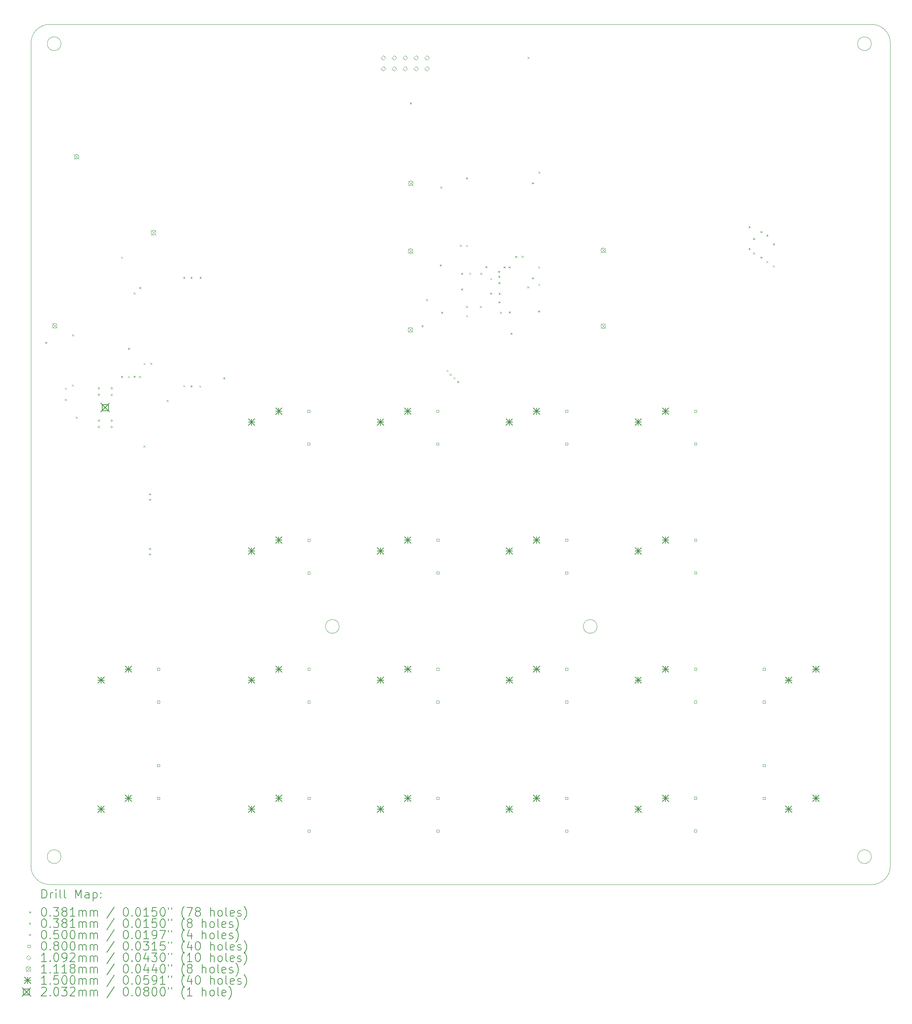
<source format=gbr>
%TF.GenerationSoftware,KiCad,Pcbnew,8.0.5*%
%TF.CreationDate,2024-10-25T14:08:19-04:00*%
%TF.ProjectId,FULL BOARD,46554c4c-2042-44f4-9152-442e6b696361,rev?*%
%TF.SameCoordinates,Original*%
%TF.FileFunction,Drillmap*%
%TF.FilePolarity,Positive*%
%FSLAX45Y45*%
G04 Gerber Fmt 4.5, Leading zero omitted, Abs format (unit mm)*
G04 Created by KiCad (PCBNEW 8.0.5) date 2024-10-25 14:08:19*
%MOMM*%
%LPD*%
G01*
G04 APERTURE LIST*
%ADD10C,0.050000*%
%ADD11C,0.200000*%
%ADD12C,0.100000*%
%ADD13C,0.109220*%
%ADD14C,0.111760*%
%ADD15C,0.150000*%
%ADD16C,0.203200*%
G04 APERTURE END LIST*
D10*
X6860746Y-4877057D02*
G75*
G02*
X7293076Y-4450029I434575J-7608D01*
G01*
X26434207Y-4449498D02*
G75*
G02*
X26861242Y-4881828I-7608J-434582D01*
G01*
X7285000Y-24447983D02*
G75*
G02*
X6857976Y-24015653I7610J434573D01*
G01*
X20037160Y-18448140D02*
G75*
G02*
X19717160Y-18448140I-160000J0D01*
G01*
X19717160Y-18448140D02*
G75*
G02*
X20037160Y-18448140I160000J0D01*
G01*
X26420000Y-4900000D02*
G75*
G02*
X26100000Y-4900000I-160000J0D01*
G01*
X26100000Y-4900000D02*
G75*
G02*
X26420000Y-4900000I160000J0D01*
G01*
X6857971Y-24015653D02*
X6860746Y-4877057D01*
X7560000Y-23800000D02*
G75*
G02*
X7240000Y-23800000I-160000J0D01*
G01*
X7240000Y-23800000D02*
G75*
G02*
X7560000Y-23800000I160000J0D01*
G01*
X26861236Y-24023268D02*
G75*
G02*
X26428906Y-24450297I-434576J7608D01*
G01*
X26861236Y-4881828D02*
X26861236Y-24023268D01*
X7293076Y-4450028D02*
X26434207Y-4449498D01*
X26428906Y-24450297D02*
X7285000Y-24447983D01*
X26420000Y-23800000D02*
G75*
G02*
X26100000Y-23800000I-160000J0D01*
G01*
X26100000Y-23800000D02*
G75*
G02*
X26420000Y-23800000I160000J0D01*
G01*
X7560000Y-4900000D02*
G75*
G02*
X7240000Y-4900000I-160000J0D01*
G01*
X7240000Y-4900000D02*
G75*
G02*
X7560000Y-4900000I160000J0D01*
G01*
X14035160Y-18447140D02*
G75*
G02*
X13715160Y-18447140I-160000J0D01*
G01*
X13715160Y-18447140D02*
G75*
G02*
X14035160Y-18447140I160000J0D01*
G01*
D11*
D12*
X7193950Y-11831950D02*
X7232050Y-11870050D01*
X7232050Y-11831950D02*
X7193950Y-11870050D01*
X7649950Y-13154950D02*
X7688050Y-13193050D01*
X7688050Y-13154950D02*
X7649950Y-13193050D01*
X7653950Y-12897950D02*
X7692050Y-12936050D01*
X7692050Y-12897950D02*
X7653950Y-12936050D01*
X7813950Y-12820950D02*
X7852050Y-12859050D01*
X7852050Y-12820950D02*
X7813950Y-12859050D01*
X7817950Y-11655950D02*
X7856050Y-11694050D01*
X7856050Y-11655950D02*
X7817950Y-11694050D01*
X7902950Y-13571950D02*
X7941050Y-13610050D01*
X7941050Y-13571950D02*
X7902950Y-13610050D01*
X8958450Y-9849450D02*
X8996550Y-9887550D01*
X8996550Y-9849450D02*
X8958450Y-9887550D01*
X8958950Y-12621950D02*
X8997050Y-12660050D01*
X8997050Y-12621950D02*
X8958950Y-12660050D01*
X9116950Y-11968950D02*
X9155050Y-12007050D01*
X9155050Y-11968950D02*
X9116950Y-12007050D01*
X9119950Y-12627950D02*
X9158050Y-12666050D01*
X9158050Y-12627950D02*
X9119950Y-12666050D01*
X9248950Y-10682950D02*
X9287050Y-10721050D01*
X9287050Y-10682950D02*
X9248950Y-10721050D01*
X9248950Y-12617950D02*
X9287050Y-12656050D01*
X9287050Y-12617950D02*
X9248950Y-12656050D01*
X9377950Y-12620950D02*
X9416050Y-12659050D01*
X9416050Y-12620950D02*
X9377950Y-12659050D01*
X9378950Y-10556950D02*
X9417050Y-10595050D01*
X9417050Y-10556950D02*
X9378950Y-10595050D01*
X9479950Y-14237950D02*
X9518050Y-14276050D01*
X9518050Y-14237950D02*
X9479950Y-14276050D01*
X9481950Y-12321950D02*
X9520050Y-12360050D01*
X9520050Y-12321950D02*
X9481950Y-12360050D01*
X9637950Y-12316950D02*
X9676050Y-12355050D01*
X9676050Y-12316950D02*
X9637950Y-12355050D01*
X10020950Y-13181950D02*
X10059050Y-13220050D01*
X10059050Y-13181950D02*
X10020950Y-13220050D01*
X10402950Y-12836950D02*
X10441050Y-12875050D01*
X10441050Y-12836950D02*
X10402950Y-12875050D01*
X10403950Y-10320950D02*
X10442050Y-10359050D01*
X10442050Y-10320950D02*
X10403950Y-10359050D01*
X10572950Y-10320950D02*
X10611050Y-10359050D01*
X10611050Y-10320950D02*
X10572950Y-10359050D01*
X10572950Y-12843950D02*
X10611050Y-12882050D01*
X10611050Y-12843950D02*
X10572950Y-12882050D01*
X10778950Y-12846950D02*
X10817050Y-12885050D01*
X10817050Y-12846950D02*
X10778950Y-12885050D01*
X10786950Y-10317950D02*
X10825050Y-10356050D01*
X10825050Y-10317950D02*
X10786950Y-10356050D01*
X11336050Y-12657550D02*
X11374150Y-12695650D01*
X11374150Y-12657550D02*
X11336050Y-12695650D01*
X15678150Y-6264910D02*
X15716250Y-6303010D01*
X15716250Y-6264910D02*
X15678150Y-6303010D01*
X15949930Y-11443970D02*
X15988030Y-11482070D01*
X15988030Y-11443970D02*
X15949930Y-11482070D01*
X16056610Y-10836910D02*
X16094710Y-10875010D01*
X16094710Y-10836910D02*
X16056610Y-10875010D01*
X16374950Y-10031050D02*
X16413050Y-10069150D01*
X16413050Y-10031050D02*
X16374950Y-10069150D01*
X16387950Y-8220950D02*
X16426050Y-8259050D01*
X16426050Y-8220950D02*
X16387950Y-8259050D01*
X16405950Y-11132950D02*
X16444050Y-11171050D01*
X16444050Y-11132950D02*
X16405950Y-11171050D01*
X16532950Y-12483950D02*
X16571050Y-12522050D01*
X16571050Y-12483950D02*
X16532950Y-12522050D01*
X16606950Y-12572950D02*
X16645050Y-12611050D01*
X16645050Y-12572950D02*
X16606950Y-12611050D01*
X16693950Y-12653950D02*
X16732050Y-12692050D01*
X16732050Y-12653950D02*
X16693950Y-12692050D01*
X16780950Y-12740950D02*
X16819050Y-12779050D01*
X16819050Y-12740950D02*
X16780950Y-12779050D01*
X16845950Y-9575950D02*
X16884050Y-9614050D01*
X16884050Y-9575950D02*
X16845950Y-9614050D01*
X16871950Y-10226950D02*
X16910050Y-10265050D01*
X16910050Y-10226950D02*
X16871950Y-10265050D01*
X16872950Y-10588950D02*
X16911050Y-10627050D01*
X16911050Y-10588950D02*
X16872950Y-10627050D01*
X16983950Y-8008950D02*
X17022050Y-8047050D01*
X17022050Y-8008950D02*
X16983950Y-8047050D01*
X16983950Y-9579950D02*
X17022050Y-9618050D01*
X17022050Y-9579950D02*
X16983950Y-9618050D01*
X16986950Y-10997950D02*
X17025050Y-11036050D01*
X17025050Y-10997950D02*
X16986950Y-11036050D01*
X16993950Y-11214950D02*
X17032050Y-11253050D01*
X17032050Y-11214950D02*
X16993950Y-11253050D01*
X17057950Y-10223950D02*
X17096050Y-10262050D01*
X17096050Y-10223950D02*
X17057950Y-10262050D01*
X17308950Y-10998950D02*
X17347050Y-11037050D01*
X17347050Y-10998950D02*
X17308950Y-11037050D01*
X17318950Y-10224950D02*
X17357050Y-10263050D01*
X17357050Y-10224950D02*
X17318950Y-10263050D01*
X17437950Y-10071950D02*
X17476050Y-10110050D01*
X17476050Y-10071950D02*
X17437950Y-10110050D01*
X17547950Y-10686950D02*
X17586050Y-10725050D01*
X17586050Y-10686950D02*
X17547950Y-10725050D01*
X17551950Y-10349950D02*
X17590050Y-10388050D01*
X17590050Y-10349950D02*
X17551950Y-10388050D01*
X17733950Y-10179950D02*
X17772050Y-10218050D01*
X17772050Y-10179950D02*
X17733950Y-10218050D01*
X17736450Y-10294450D02*
X17774550Y-10332550D01*
X17774550Y-10294450D02*
X17736450Y-10332550D01*
X17739950Y-10440950D02*
X17778050Y-10479050D01*
X17778050Y-10440950D02*
X17739950Y-10479050D01*
X17741950Y-10891950D02*
X17780050Y-10930050D01*
X17780050Y-10891950D02*
X17741950Y-10930050D01*
X17743950Y-10690950D02*
X17782050Y-10729050D01*
X17782050Y-10690950D02*
X17743950Y-10729050D01*
X17774950Y-11130950D02*
X17813050Y-11169050D01*
X17813050Y-11130950D02*
X17774950Y-11169050D01*
X17857950Y-10079950D02*
X17896050Y-10118050D01*
X17896050Y-10079950D02*
X17857950Y-10118050D01*
X17977950Y-10078950D02*
X18016050Y-10117050D01*
X18016050Y-10078950D02*
X17977950Y-10117050D01*
X17982950Y-11125950D02*
X18021050Y-11164050D01*
X18021050Y-11125950D02*
X17982950Y-11164050D01*
X18019950Y-11618950D02*
X18058050Y-11657050D01*
X18058050Y-11618950D02*
X18019950Y-11657050D01*
X18129950Y-9833950D02*
X18168050Y-9872050D01*
X18168050Y-9833950D02*
X18129950Y-9872050D01*
X18282950Y-9828950D02*
X18321050Y-9867050D01*
X18321050Y-9828950D02*
X18282950Y-9867050D01*
X18408950Y-10540950D02*
X18447050Y-10579050D01*
X18447050Y-10540950D02*
X18408950Y-10579050D01*
X18419950Y-5204950D02*
X18458050Y-5243050D01*
X18458050Y-5204950D02*
X18419950Y-5243050D01*
X18521950Y-8124950D02*
X18560050Y-8163050D01*
X18560050Y-8124950D02*
X18521950Y-8163050D01*
X18521950Y-10330950D02*
X18560050Y-10369050D01*
X18560050Y-10330950D02*
X18521950Y-10369050D01*
X18662950Y-11101950D02*
X18701050Y-11140050D01*
X18701050Y-11101950D02*
X18662950Y-11140050D01*
X18668450Y-10078450D02*
X18706550Y-10116550D01*
X18706550Y-10078450D02*
X18668450Y-10116550D01*
X18668950Y-10486950D02*
X18707050Y-10525050D01*
X18707050Y-10486950D02*
X18668950Y-10525050D01*
X18671950Y-7871950D02*
X18710050Y-7910050D01*
X18710050Y-7871950D02*
X18671950Y-7910050D01*
X23560950Y-9143950D02*
X23599050Y-9182050D01*
X23599050Y-9143950D02*
X23560950Y-9182050D01*
X23560950Y-9651950D02*
X23599050Y-9690050D01*
X23599050Y-9651950D02*
X23560950Y-9690050D01*
X23669950Y-9417950D02*
X23708050Y-9456050D01*
X23708050Y-9417950D02*
X23669950Y-9456050D01*
X23669950Y-9752950D02*
X23708050Y-9791050D01*
X23708050Y-9752950D02*
X23669950Y-9791050D01*
X23835950Y-9258950D02*
X23874050Y-9297050D01*
X23874050Y-9258950D02*
X23835950Y-9297050D01*
X23835950Y-9849950D02*
X23874050Y-9888050D01*
X23874050Y-9849950D02*
X23835950Y-9888050D01*
X23975950Y-9335950D02*
X24014050Y-9374050D01*
X24014050Y-9335950D02*
X23975950Y-9374050D01*
X23975950Y-9949950D02*
X24014050Y-9988050D01*
X24014050Y-9949950D02*
X23975950Y-9988050D01*
X24128950Y-9539950D02*
X24167050Y-9578050D01*
X24167050Y-9539950D02*
X24128950Y-9578050D01*
X24128950Y-10051950D02*
X24167050Y-10090050D01*
X24167050Y-10051950D02*
X24128950Y-10090050D01*
X8460050Y-12911000D02*
G75*
G02*
X8421950Y-12911000I-19050J0D01*
G01*
X8421950Y-12911000D02*
G75*
G02*
X8460050Y-12911000I19050J0D01*
G01*
X8460050Y-13061000D02*
G75*
G02*
X8421950Y-13061000I-19050J0D01*
G01*
X8421950Y-13061000D02*
G75*
G02*
X8460050Y-13061000I19050J0D01*
G01*
X8460050Y-13661000D02*
G75*
G02*
X8421950Y-13661000I-19050J0D01*
G01*
X8421950Y-13661000D02*
G75*
G02*
X8460050Y-13661000I19050J0D01*
G01*
X8460050Y-13811000D02*
G75*
G02*
X8421950Y-13811000I-19050J0D01*
G01*
X8421950Y-13811000D02*
G75*
G02*
X8460050Y-13811000I19050J0D01*
G01*
X8760050Y-12911000D02*
G75*
G02*
X8721950Y-12911000I-19050J0D01*
G01*
X8721950Y-12911000D02*
G75*
G02*
X8760050Y-12911000I19050J0D01*
G01*
X8760050Y-13061000D02*
G75*
G02*
X8721950Y-13061000I-19050J0D01*
G01*
X8721950Y-13061000D02*
G75*
G02*
X8760050Y-13061000I19050J0D01*
G01*
X8760050Y-13661000D02*
G75*
G02*
X8721950Y-13661000I-19050J0D01*
G01*
X8721950Y-13661000D02*
G75*
G02*
X8760050Y-13661000I19050J0D01*
G01*
X8760050Y-13811000D02*
G75*
G02*
X8721950Y-13811000I-19050J0D01*
G01*
X8721950Y-13811000D02*
G75*
G02*
X8760050Y-13811000I19050J0D01*
G01*
X9629000Y-15349500D02*
X9629000Y-15399500D01*
X9604000Y-15374500D02*
X9654000Y-15374500D01*
X9629000Y-15474500D02*
X9629000Y-15524500D01*
X9604000Y-15499500D02*
X9654000Y-15499500D01*
X9631000Y-16616000D02*
X9631000Y-16666000D01*
X9606000Y-16641000D02*
X9656000Y-16641000D01*
X9631000Y-16741000D02*
X9631000Y-16791000D01*
X9606000Y-16766000D02*
X9656000Y-16766000D01*
X9854085Y-19469225D02*
X9854085Y-19412656D01*
X9797516Y-19412656D01*
X9797516Y-19469225D01*
X9854085Y-19469225D01*
X9854085Y-20231225D02*
X9854085Y-20174656D01*
X9797516Y-20174656D01*
X9797516Y-20231225D01*
X9854085Y-20231225D01*
X9855085Y-21708225D02*
X9855085Y-21651656D01*
X9798516Y-21651656D01*
X9798516Y-21708225D01*
X9855085Y-21708225D01*
X9855085Y-22470224D02*
X9855085Y-22413655D01*
X9798516Y-22413655D01*
X9798516Y-22470224D01*
X9855085Y-22470224D01*
X13355084Y-13469224D02*
X13355084Y-13412655D01*
X13298515Y-13412655D01*
X13298515Y-13469224D01*
X13355084Y-13469224D01*
X13355084Y-14231224D02*
X13355084Y-14174655D01*
X13298515Y-14174655D01*
X13298515Y-14231224D01*
X13355084Y-14231224D01*
X13356084Y-16469224D02*
X13356084Y-16412655D01*
X13299515Y-16412655D01*
X13299515Y-16469224D01*
X13356084Y-16469224D01*
X13356084Y-17231225D02*
X13356084Y-17174656D01*
X13299515Y-17174656D01*
X13299515Y-17231225D01*
X13356084Y-17231225D01*
X13356084Y-19470225D02*
X13356084Y-19413656D01*
X13299515Y-19413656D01*
X13299515Y-19470225D01*
X13356084Y-19470225D01*
X13356084Y-20232225D02*
X13356084Y-20175656D01*
X13299515Y-20175656D01*
X13299515Y-20232225D01*
X13356084Y-20232225D01*
X13358084Y-22470224D02*
X13358084Y-22413655D01*
X13301515Y-22413655D01*
X13301515Y-22470224D01*
X13358084Y-22470224D01*
X13358084Y-23232224D02*
X13358084Y-23175655D01*
X13301515Y-23175655D01*
X13301515Y-23232224D01*
X13358084Y-23232224D01*
X16354084Y-13470224D02*
X16354084Y-13413655D01*
X16297515Y-13413655D01*
X16297515Y-13470224D01*
X16354084Y-13470224D01*
X16354084Y-14232224D02*
X16354084Y-14175655D01*
X16297515Y-14175655D01*
X16297515Y-14232224D01*
X16354084Y-14232224D01*
X16355084Y-22469224D02*
X16355084Y-22412655D01*
X16298515Y-22412655D01*
X16298515Y-22469224D01*
X16355084Y-22469224D01*
X16355084Y-23231224D02*
X16355084Y-23174655D01*
X16298515Y-23174655D01*
X16298515Y-23231224D01*
X16355084Y-23231224D01*
X16356184Y-16467684D02*
X16356184Y-16411115D01*
X16299615Y-16411115D01*
X16299615Y-16467684D01*
X16356184Y-16467684D01*
X16356184Y-17229685D02*
X16356184Y-17173116D01*
X16299615Y-17173116D01*
X16299615Y-17229685D01*
X16356184Y-17229685D01*
X16358084Y-19469225D02*
X16358084Y-19412656D01*
X16301515Y-19412656D01*
X16301515Y-19469225D01*
X16358084Y-19469225D01*
X16358084Y-20231225D02*
X16358084Y-20174656D01*
X16301515Y-20174656D01*
X16301515Y-20231225D01*
X16358084Y-20231225D01*
X19356085Y-13470224D02*
X19356085Y-13413655D01*
X19299516Y-13413655D01*
X19299516Y-13470224D01*
X19356085Y-13470224D01*
X19356085Y-14232224D02*
X19356085Y-14175655D01*
X19299516Y-14175655D01*
X19299516Y-14232224D01*
X19356085Y-14232224D01*
X19356085Y-16468224D02*
X19356085Y-16411655D01*
X19299516Y-16411655D01*
X19299516Y-16468224D01*
X19356085Y-16468224D01*
X19356085Y-17230225D02*
X19356085Y-17173656D01*
X19299516Y-17173656D01*
X19299516Y-17230225D01*
X19356085Y-17230225D01*
X19356085Y-22469224D02*
X19356085Y-22412655D01*
X19299516Y-22412655D01*
X19299516Y-22469224D01*
X19356085Y-22469224D01*
X19356085Y-23231224D02*
X19356085Y-23174655D01*
X19299516Y-23174655D01*
X19299516Y-23231224D01*
X19356085Y-23231224D01*
X19357085Y-19468225D02*
X19357085Y-19411656D01*
X19300516Y-19411656D01*
X19300516Y-19468225D01*
X19357085Y-19468225D01*
X19357085Y-20230225D02*
X19357085Y-20173656D01*
X19300516Y-20173656D01*
X19300516Y-20230225D01*
X19357085Y-20230225D01*
X22354085Y-22468224D02*
X22354085Y-22411655D01*
X22297516Y-22411655D01*
X22297516Y-22468224D01*
X22354085Y-22468224D01*
X22354085Y-23230224D02*
X22354085Y-23173655D01*
X22297516Y-23173655D01*
X22297516Y-23230224D01*
X22354085Y-23230224D01*
X22356085Y-13469224D02*
X22356085Y-13412655D01*
X22299516Y-13412655D01*
X22299516Y-13469224D01*
X22356085Y-13469224D01*
X22356085Y-14231224D02*
X22356085Y-14174655D01*
X22299516Y-14174655D01*
X22299516Y-14231224D01*
X22356085Y-14231224D01*
X22356085Y-16468224D02*
X22356085Y-16411655D01*
X22299516Y-16411655D01*
X22299516Y-16468224D01*
X22356085Y-16468224D01*
X22356085Y-17230225D02*
X22356085Y-17173656D01*
X22299516Y-17173656D01*
X22299516Y-17230225D01*
X22356085Y-17230225D01*
X22357085Y-19468225D02*
X22357085Y-19411656D01*
X22300516Y-19411656D01*
X22300516Y-19468225D01*
X22357085Y-19468225D01*
X22357085Y-20230225D02*
X22357085Y-20173656D01*
X22300516Y-20173656D01*
X22300516Y-20230225D01*
X22357085Y-20230225D01*
X23951084Y-19469225D02*
X23951084Y-19412656D01*
X23894515Y-19412656D01*
X23894515Y-19469225D01*
X23951084Y-19469225D01*
X23951084Y-20231225D02*
X23951084Y-20174656D01*
X23894515Y-20174656D01*
X23894515Y-20231225D01*
X23951084Y-20231225D01*
X23954084Y-21707225D02*
X23954084Y-21650656D01*
X23897515Y-21650656D01*
X23897515Y-21707225D01*
X23954084Y-21707225D01*
X23954084Y-22469224D02*
X23954084Y-22412655D01*
X23897515Y-22412655D01*
X23897515Y-22469224D01*
X23954084Y-22469224D01*
D13*
X15060000Y-5280610D02*
X15114610Y-5226000D01*
X15060000Y-5171390D01*
X15005390Y-5226000D01*
X15060000Y-5280610D01*
X15060000Y-5534610D02*
X15114610Y-5480000D01*
X15060000Y-5425390D01*
X15005390Y-5480000D01*
X15060000Y-5534610D01*
X15314000Y-5280610D02*
X15368610Y-5226000D01*
X15314000Y-5171390D01*
X15259390Y-5226000D01*
X15314000Y-5280610D01*
X15314000Y-5534610D02*
X15368610Y-5480000D01*
X15314000Y-5425390D01*
X15259390Y-5480000D01*
X15314000Y-5534610D01*
X15568000Y-5280610D02*
X15622610Y-5226000D01*
X15568000Y-5171390D01*
X15513390Y-5226000D01*
X15568000Y-5280610D01*
X15568000Y-5534610D02*
X15622610Y-5480000D01*
X15568000Y-5425390D01*
X15513390Y-5480000D01*
X15568000Y-5534610D01*
X15822000Y-5280610D02*
X15876610Y-5226000D01*
X15822000Y-5171390D01*
X15767390Y-5226000D01*
X15822000Y-5280610D01*
X15822000Y-5534610D02*
X15876610Y-5480000D01*
X15822000Y-5425390D01*
X15767390Y-5480000D01*
X15822000Y-5534610D01*
X16076000Y-5280610D02*
X16130610Y-5226000D01*
X16076000Y-5171390D01*
X16021390Y-5226000D01*
X16076000Y-5280610D01*
X16076000Y-5534610D02*
X16130610Y-5480000D01*
X16076000Y-5425390D01*
X16021390Y-5480000D01*
X16076000Y-5534610D01*
D14*
X7357120Y-11403120D02*
X7468880Y-11514880D01*
X7468880Y-11403120D02*
X7357120Y-11514880D01*
X7468880Y-11459000D02*
G75*
G02*
X7357120Y-11459000I-55880J0D01*
G01*
X7357120Y-11459000D02*
G75*
G02*
X7468880Y-11459000I55880J0D01*
G01*
X7865120Y-7471120D02*
X7976880Y-7582880D01*
X7976880Y-7471120D02*
X7865120Y-7582880D01*
X7976880Y-7527000D02*
G75*
G02*
X7865120Y-7527000I-55880J0D01*
G01*
X7865120Y-7527000D02*
G75*
G02*
X7976880Y-7527000I55880J0D01*
G01*
X9657120Y-9237120D02*
X9768880Y-9348880D01*
X9768880Y-9237120D02*
X9657120Y-9348880D01*
X9768880Y-9293000D02*
G75*
G02*
X9657120Y-9293000I-55880J0D01*
G01*
X9657120Y-9293000D02*
G75*
G02*
X9768880Y-9293000I55880J0D01*
G01*
X15636240Y-11496040D02*
X15748000Y-11607800D01*
X15748000Y-11496040D02*
X15636240Y-11607800D01*
X15748000Y-11551920D02*
G75*
G02*
X15636240Y-11551920I-55880J0D01*
G01*
X15636240Y-11551920D02*
G75*
G02*
X15748000Y-11551920I55880J0D01*
G01*
X15638780Y-9664700D02*
X15750540Y-9776460D01*
X15750540Y-9664700D02*
X15638780Y-9776460D01*
X15750540Y-9720580D02*
G75*
G02*
X15638780Y-9720580I-55880J0D01*
G01*
X15638780Y-9720580D02*
G75*
G02*
X15750540Y-9720580I55880J0D01*
G01*
X15643860Y-8089900D02*
X15755620Y-8201660D01*
X15755620Y-8089900D02*
X15643860Y-8201660D01*
X15755620Y-8145780D02*
G75*
G02*
X15643860Y-8145780I-55880J0D01*
G01*
X15643860Y-8145780D02*
G75*
G02*
X15755620Y-8145780I55880J0D01*
G01*
X20124120Y-9647600D02*
X20235880Y-9759360D01*
X20235880Y-9647600D02*
X20124120Y-9759360D01*
X20235880Y-9703480D02*
G75*
G02*
X20124120Y-9703480I-55880J0D01*
G01*
X20124120Y-9703480D02*
G75*
G02*
X20235880Y-9703480I55880J0D01*
G01*
X20124120Y-11410120D02*
X20235880Y-11521880D01*
X20235880Y-11410120D02*
X20124120Y-11521880D01*
X20235880Y-11466000D02*
G75*
G02*
X20124120Y-11466000I-55880J0D01*
G01*
X20124120Y-11466000D02*
G75*
G02*
X20235880Y-11466000I55880J0D01*
G01*
D15*
X8419400Y-19620140D02*
X8569400Y-19770140D01*
X8569400Y-19620140D02*
X8419400Y-19770140D01*
X8494400Y-19620140D02*
X8494400Y-19770140D01*
X8419400Y-19695140D02*
X8569400Y-19695140D01*
X8419400Y-22620140D02*
X8569400Y-22770140D01*
X8569400Y-22620140D02*
X8419400Y-22770140D01*
X8494400Y-22620140D02*
X8494400Y-22770140D01*
X8419400Y-22695140D02*
X8569400Y-22695140D01*
X9054400Y-19366140D02*
X9204400Y-19516140D01*
X9204400Y-19366140D02*
X9054400Y-19516140D01*
X9129400Y-19366140D02*
X9129400Y-19516140D01*
X9054400Y-19441140D02*
X9204400Y-19441140D01*
X9054400Y-22366140D02*
X9204400Y-22516140D01*
X9204400Y-22366140D02*
X9054400Y-22516140D01*
X9129400Y-22366140D02*
X9129400Y-22516140D01*
X9054400Y-22441140D02*
X9204400Y-22441140D01*
X11919400Y-13620140D02*
X12069400Y-13770140D01*
X12069400Y-13620140D02*
X11919400Y-13770140D01*
X11994400Y-13620140D02*
X11994400Y-13770140D01*
X11919400Y-13695140D02*
X12069400Y-13695140D01*
X11919400Y-16620140D02*
X12069400Y-16770140D01*
X12069400Y-16620140D02*
X11919400Y-16770140D01*
X11994400Y-16620140D02*
X11994400Y-16770140D01*
X11919400Y-16695140D02*
X12069400Y-16695140D01*
X11919400Y-19620140D02*
X12069400Y-19770140D01*
X12069400Y-19620140D02*
X11919400Y-19770140D01*
X11994400Y-19620140D02*
X11994400Y-19770140D01*
X11919400Y-19695140D02*
X12069400Y-19695140D01*
X11919400Y-22620140D02*
X12069400Y-22770140D01*
X12069400Y-22620140D02*
X11919400Y-22770140D01*
X11994400Y-22620140D02*
X11994400Y-22770140D01*
X11919400Y-22695140D02*
X12069400Y-22695140D01*
X12554400Y-13366140D02*
X12704400Y-13516140D01*
X12704400Y-13366140D02*
X12554400Y-13516140D01*
X12629400Y-13366140D02*
X12629400Y-13516140D01*
X12554400Y-13441140D02*
X12704400Y-13441140D01*
X12554400Y-16366140D02*
X12704400Y-16516140D01*
X12704400Y-16366140D02*
X12554400Y-16516140D01*
X12629400Y-16366140D02*
X12629400Y-16516140D01*
X12554400Y-16441140D02*
X12704400Y-16441140D01*
X12554400Y-19366140D02*
X12704400Y-19516140D01*
X12704400Y-19366140D02*
X12554400Y-19516140D01*
X12629400Y-19366140D02*
X12629400Y-19516140D01*
X12554400Y-19441140D02*
X12704400Y-19441140D01*
X12554400Y-22366140D02*
X12704400Y-22516140D01*
X12704400Y-22366140D02*
X12554400Y-22516140D01*
X12629400Y-22366140D02*
X12629400Y-22516140D01*
X12554400Y-22441140D02*
X12704400Y-22441140D01*
X14919400Y-13620140D02*
X15069400Y-13770140D01*
X15069400Y-13620140D02*
X14919400Y-13770140D01*
X14994400Y-13620140D02*
X14994400Y-13770140D01*
X14919400Y-13695140D02*
X15069400Y-13695140D01*
X14919400Y-16620140D02*
X15069400Y-16770140D01*
X15069400Y-16620140D02*
X14919400Y-16770140D01*
X14994400Y-16620140D02*
X14994400Y-16770140D01*
X14919400Y-16695140D02*
X15069400Y-16695140D01*
X14919400Y-19620140D02*
X15069400Y-19770140D01*
X15069400Y-19620140D02*
X14919400Y-19770140D01*
X14994400Y-19620140D02*
X14994400Y-19770140D01*
X14919400Y-19695140D02*
X15069400Y-19695140D01*
X14919400Y-22620140D02*
X15069400Y-22770140D01*
X15069400Y-22620140D02*
X14919400Y-22770140D01*
X14994400Y-22620140D02*
X14994400Y-22770140D01*
X14919400Y-22695140D02*
X15069400Y-22695140D01*
X15554400Y-13366140D02*
X15704400Y-13516140D01*
X15704400Y-13366140D02*
X15554400Y-13516140D01*
X15629400Y-13366140D02*
X15629400Y-13516140D01*
X15554400Y-13441140D02*
X15704400Y-13441140D01*
X15554400Y-16366140D02*
X15704400Y-16516140D01*
X15704400Y-16366140D02*
X15554400Y-16516140D01*
X15629400Y-16366140D02*
X15629400Y-16516140D01*
X15554400Y-16441140D02*
X15704400Y-16441140D01*
X15554400Y-19366140D02*
X15704400Y-19516140D01*
X15704400Y-19366140D02*
X15554400Y-19516140D01*
X15629400Y-19366140D02*
X15629400Y-19516140D01*
X15554400Y-19441140D02*
X15704400Y-19441140D01*
X15554400Y-22366140D02*
X15704400Y-22516140D01*
X15704400Y-22366140D02*
X15554400Y-22516140D01*
X15629400Y-22366140D02*
X15629400Y-22516140D01*
X15554400Y-22441140D02*
X15704400Y-22441140D01*
X17919400Y-13620140D02*
X18069400Y-13770140D01*
X18069400Y-13620140D02*
X17919400Y-13770140D01*
X17994400Y-13620140D02*
X17994400Y-13770140D01*
X17919400Y-13695140D02*
X18069400Y-13695140D01*
X17919400Y-16620140D02*
X18069400Y-16770140D01*
X18069400Y-16620140D02*
X17919400Y-16770140D01*
X17994400Y-16620140D02*
X17994400Y-16770140D01*
X17919400Y-16695140D02*
X18069400Y-16695140D01*
X17919400Y-19620140D02*
X18069400Y-19770140D01*
X18069400Y-19620140D02*
X17919400Y-19770140D01*
X17994400Y-19620140D02*
X17994400Y-19770140D01*
X17919400Y-19695140D02*
X18069400Y-19695140D01*
X17919400Y-22620140D02*
X18069400Y-22770140D01*
X18069400Y-22620140D02*
X17919400Y-22770140D01*
X17994400Y-22620140D02*
X17994400Y-22770140D01*
X17919400Y-22695140D02*
X18069400Y-22695140D01*
X18554400Y-13366140D02*
X18704400Y-13516140D01*
X18704400Y-13366140D02*
X18554400Y-13516140D01*
X18629400Y-13366140D02*
X18629400Y-13516140D01*
X18554400Y-13441140D02*
X18704400Y-13441140D01*
X18554400Y-16366140D02*
X18704400Y-16516140D01*
X18704400Y-16366140D02*
X18554400Y-16516140D01*
X18629400Y-16366140D02*
X18629400Y-16516140D01*
X18554400Y-16441140D02*
X18704400Y-16441140D01*
X18554400Y-19366140D02*
X18704400Y-19516140D01*
X18704400Y-19366140D02*
X18554400Y-19516140D01*
X18629400Y-19366140D02*
X18629400Y-19516140D01*
X18554400Y-19441140D02*
X18704400Y-19441140D01*
X18554400Y-22366140D02*
X18704400Y-22516140D01*
X18704400Y-22366140D02*
X18554400Y-22516140D01*
X18629400Y-22366140D02*
X18629400Y-22516140D01*
X18554400Y-22441140D02*
X18704400Y-22441140D01*
X20919400Y-13620140D02*
X21069400Y-13770140D01*
X21069400Y-13620140D02*
X20919400Y-13770140D01*
X20994400Y-13620140D02*
X20994400Y-13770140D01*
X20919400Y-13695140D02*
X21069400Y-13695140D01*
X20919400Y-16620140D02*
X21069400Y-16770140D01*
X21069400Y-16620140D02*
X20919400Y-16770140D01*
X20994400Y-16620140D02*
X20994400Y-16770140D01*
X20919400Y-16695140D02*
X21069400Y-16695140D01*
X20919400Y-19620140D02*
X21069400Y-19770140D01*
X21069400Y-19620140D02*
X20919400Y-19770140D01*
X20994400Y-19620140D02*
X20994400Y-19770140D01*
X20919400Y-19695140D02*
X21069400Y-19695140D01*
X20919400Y-22620140D02*
X21069400Y-22770140D01*
X21069400Y-22620140D02*
X20919400Y-22770140D01*
X20994400Y-22620140D02*
X20994400Y-22770140D01*
X20919400Y-22695140D02*
X21069400Y-22695140D01*
X21554400Y-13366140D02*
X21704400Y-13516140D01*
X21704400Y-13366140D02*
X21554400Y-13516140D01*
X21629400Y-13366140D02*
X21629400Y-13516140D01*
X21554400Y-13441140D02*
X21704400Y-13441140D01*
X21554400Y-16366140D02*
X21704400Y-16516140D01*
X21704400Y-16366140D02*
X21554400Y-16516140D01*
X21629400Y-16366140D02*
X21629400Y-16516140D01*
X21554400Y-16441140D02*
X21704400Y-16441140D01*
X21554400Y-19366140D02*
X21704400Y-19516140D01*
X21704400Y-19366140D02*
X21554400Y-19516140D01*
X21629400Y-19366140D02*
X21629400Y-19516140D01*
X21554400Y-19441140D02*
X21704400Y-19441140D01*
X21554400Y-22366140D02*
X21704400Y-22516140D01*
X21704400Y-22366140D02*
X21554400Y-22516140D01*
X21629400Y-22366140D02*
X21629400Y-22516140D01*
X21554400Y-22441140D02*
X21704400Y-22441140D01*
X24419400Y-19620140D02*
X24569400Y-19770140D01*
X24569400Y-19620140D02*
X24419400Y-19770140D01*
X24494400Y-19620140D02*
X24494400Y-19770140D01*
X24419400Y-19695140D02*
X24569400Y-19695140D01*
X24419400Y-22620140D02*
X24569400Y-22770140D01*
X24569400Y-22620140D02*
X24419400Y-22770140D01*
X24494400Y-22620140D02*
X24494400Y-22770140D01*
X24419400Y-22695140D02*
X24569400Y-22695140D01*
X25054400Y-19366140D02*
X25204400Y-19516140D01*
X25204400Y-19366140D02*
X25054400Y-19516140D01*
X25129400Y-19366140D02*
X25129400Y-19516140D01*
X25054400Y-19441140D02*
X25204400Y-19441140D01*
X25054400Y-22366140D02*
X25204400Y-22516140D01*
X25204400Y-22366140D02*
X25054400Y-22516140D01*
X25129400Y-22366140D02*
X25129400Y-22516140D01*
X25054400Y-22441140D02*
X25204400Y-22441140D01*
D16*
X8489400Y-13259400D02*
X8692600Y-13462600D01*
X8692600Y-13259400D02*
X8489400Y-13462600D01*
X8662843Y-13432843D02*
X8662843Y-13289157D01*
X8519157Y-13289157D01*
X8519157Y-13432843D01*
X8662843Y-13432843D01*
D11*
X7116248Y-24764281D02*
X7116248Y-24564281D01*
X7116248Y-24564281D02*
X7163867Y-24564281D01*
X7163867Y-24564281D02*
X7192439Y-24573805D01*
X7192439Y-24573805D02*
X7211486Y-24592852D01*
X7211486Y-24592852D02*
X7221010Y-24611900D01*
X7221010Y-24611900D02*
X7230534Y-24649995D01*
X7230534Y-24649995D02*
X7230534Y-24678566D01*
X7230534Y-24678566D02*
X7221010Y-24716662D01*
X7221010Y-24716662D02*
X7211486Y-24735709D01*
X7211486Y-24735709D02*
X7192439Y-24754757D01*
X7192439Y-24754757D02*
X7163867Y-24764281D01*
X7163867Y-24764281D02*
X7116248Y-24764281D01*
X7316248Y-24764281D02*
X7316248Y-24630947D01*
X7316248Y-24669043D02*
X7325772Y-24649995D01*
X7325772Y-24649995D02*
X7335296Y-24640471D01*
X7335296Y-24640471D02*
X7354343Y-24630947D01*
X7354343Y-24630947D02*
X7373391Y-24630947D01*
X7440058Y-24764281D02*
X7440058Y-24630947D01*
X7440058Y-24564281D02*
X7430534Y-24573805D01*
X7430534Y-24573805D02*
X7440058Y-24583328D01*
X7440058Y-24583328D02*
X7449581Y-24573805D01*
X7449581Y-24573805D02*
X7440058Y-24564281D01*
X7440058Y-24564281D02*
X7440058Y-24583328D01*
X7563867Y-24764281D02*
X7544820Y-24754757D01*
X7544820Y-24754757D02*
X7535296Y-24735709D01*
X7535296Y-24735709D02*
X7535296Y-24564281D01*
X7668629Y-24764281D02*
X7649581Y-24754757D01*
X7649581Y-24754757D02*
X7640058Y-24735709D01*
X7640058Y-24735709D02*
X7640058Y-24564281D01*
X7897201Y-24764281D02*
X7897201Y-24564281D01*
X7897201Y-24564281D02*
X7963867Y-24707138D01*
X7963867Y-24707138D02*
X8030534Y-24564281D01*
X8030534Y-24564281D02*
X8030534Y-24764281D01*
X8211486Y-24764281D02*
X8211486Y-24659519D01*
X8211486Y-24659519D02*
X8201962Y-24640471D01*
X8201962Y-24640471D02*
X8182915Y-24630947D01*
X8182915Y-24630947D02*
X8144820Y-24630947D01*
X8144820Y-24630947D02*
X8125772Y-24640471D01*
X8211486Y-24754757D02*
X8192439Y-24764281D01*
X8192439Y-24764281D02*
X8144820Y-24764281D01*
X8144820Y-24764281D02*
X8125772Y-24754757D01*
X8125772Y-24754757D02*
X8116248Y-24735709D01*
X8116248Y-24735709D02*
X8116248Y-24716662D01*
X8116248Y-24716662D02*
X8125772Y-24697614D01*
X8125772Y-24697614D02*
X8144820Y-24688090D01*
X8144820Y-24688090D02*
X8192439Y-24688090D01*
X8192439Y-24688090D02*
X8211486Y-24678566D01*
X8306724Y-24630947D02*
X8306724Y-24830947D01*
X8306724Y-24640471D02*
X8325772Y-24630947D01*
X8325772Y-24630947D02*
X8363867Y-24630947D01*
X8363867Y-24630947D02*
X8382915Y-24640471D01*
X8382915Y-24640471D02*
X8392439Y-24649995D01*
X8392439Y-24649995D02*
X8401963Y-24669043D01*
X8401963Y-24669043D02*
X8401963Y-24726185D01*
X8401963Y-24726185D02*
X8392439Y-24745233D01*
X8392439Y-24745233D02*
X8382915Y-24754757D01*
X8382915Y-24754757D02*
X8363867Y-24764281D01*
X8363867Y-24764281D02*
X8325772Y-24764281D01*
X8325772Y-24764281D02*
X8306724Y-24754757D01*
X8487677Y-24745233D02*
X8497201Y-24754757D01*
X8497201Y-24754757D02*
X8487677Y-24764281D01*
X8487677Y-24764281D02*
X8478153Y-24754757D01*
X8478153Y-24754757D02*
X8487677Y-24745233D01*
X8487677Y-24745233D02*
X8487677Y-24764281D01*
X8487677Y-24640471D02*
X8497201Y-24649995D01*
X8497201Y-24649995D02*
X8487677Y-24659519D01*
X8487677Y-24659519D02*
X8478153Y-24649995D01*
X8478153Y-24649995D02*
X8487677Y-24640471D01*
X8487677Y-24640471D02*
X8487677Y-24659519D01*
D12*
X6817371Y-25073747D02*
X6855471Y-25111847D01*
X6855471Y-25073747D02*
X6817371Y-25111847D01*
D11*
X7154343Y-24984281D02*
X7173391Y-24984281D01*
X7173391Y-24984281D02*
X7192439Y-24993805D01*
X7192439Y-24993805D02*
X7201962Y-25003328D01*
X7201962Y-25003328D02*
X7211486Y-25022376D01*
X7211486Y-25022376D02*
X7221010Y-25060471D01*
X7221010Y-25060471D02*
X7221010Y-25108090D01*
X7221010Y-25108090D02*
X7211486Y-25146185D01*
X7211486Y-25146185D02*
X7201962Y-25165233D01*
X7201962Y-25165233D02*
X7192439Y-25174757D01*
X7192439Y-25174757D02*
X7173391Y-25184281D01*
X7173391Y-25184281D02*
X7154343Y-25184281D01*
X7154343Y-25184281D02*
X7135296Y-25174757D01*
X7135296Y-25174757D02*
X7125772Y-25165233D01*
X7125772Y-25165233D02*
X7116248Y-25146185D01*
X7116248Y-25146185D02*
X7106724Y-25108090D01*
X7106724Y-25108090D02*
X7106724Y-25060471D01*
X7106724Y-25060471D02*
X7116248Y-25022376D01*
X7116248Y-25022376D02*
X7125772Y-25003328D01*
X7125772Y-25003328D02*
X7135296Y-24993805D01*
X7135296Y-24993805D02*
X7154343Y-24984281D01*
X7306724Y-25165233D02*
X7316248Y-25174757D01*
X7316248Y-25174757D02*
X7306724Y-25184281D01*
X7306724Y-25184281D02*
X7297201Y-25174757D01*
X7297201Y-25174757D02*
X7306724Y-25165233D01*
X7306724Y-25165233D02*
X7306724Y-25184281D01*
X7382915Y-24984281D02*
X7506724Y-24984281D01*
X7506724Y-24984281D02*
X7440058Y-25060471D01*
X7440058Y-25060471D02*
X7468629Y-25060471D01*
X7468629Y-25060471D02*
X7487677Y-25069995D01*
X7487677Y-25069995D02*
X7497201Y-25079519D01*
X7497201Y-25079519D02*
X7506724Y-25098566D01*
X7506724Y-25098566D02*
X7506724Y-25146185D01*
X7506724Y-25146185D02*
X7497201Y-25165233D01*
X7497201Y-25165233D02*
X7487677Y-25174757D01*
X7487677Y-25174757D02*
X7468629Y-25184281D01*
X7468629Y-25184281D02*
X7411486Y-25184281D01*
X7411486Y-25184281D02*
X7392439Y-25174757D01*
X7392439Y-25174757D02*
X7382915Y-25165233D01*
X7621010Y-25069995D02*
X7601962Y-25060471D01*
X7601962Y-25060471D02*
X7592439Y-25050947D01*
X7592439Y-25050947D02*
X7582915Y-25031900D01*
X7582915Y-25031900D02*
X7582915Y-25022376D01*
X7582915Y-25022376D02*
X7592439Y-25003328D01*
X7592439Y-25003328D02*
X7601962Y-24993805D01*
X7601962Y-24993805D02*
X7621010Y-24984281D01*
X7621010Y-24984281D02*
X7659105Y-24984281D01*
X7659105Y-24984281D02*
X7678153Y-24993805D01*
X7678153Y-24993805D02*
X7687677Y-25003328D01*
X7687677Y-25003328D02*
X7697201Y-25022376D01*
X7697201Y-25022376D02*
X7697201Y-25031900D01*
X7697201Y-25031900D02*
X7687677Y-25050947D01*
X7687677Y-25050947D02*
X7678153Y-25060471D01*
X7678153Y-25060471D02*
X7659105Y-25069995D01*
X7659105Y-25069995D02*
X7621010Y-25069995D01*
X7621010Y-25069995D02*
X7601962Y-25079519D01*
X7601962Y-25079519D02*
X7592439Y-25089043D01*
X7592439Y-25089043D02*
X7582915Y-25108090D01*
X7582915Y-25108090D02*
X7582915Y-25146185D01*
X7582915Y-25146185D02*
X7592439Y-25165233D01*
X7592439Y-25165233D02*
X7601962Y-25174757D01*
X7601962Y-25174757D02*
X7621010Y-25184281D01*
X7621010Y-25184281D02*
X7659105Y-25184281D01*
X7659105Y-25184281D02*
X7678153Y-25174757D01*
X7678153Y-25174757D02*
X7687677Y-25165233D01*
X7687677Y-25165233D02*
X7697201Y-25146185D01*
X7697201Y-25146185D02*
X7697201Y-25108090D01*
X7697201Y-25108090D02*
X7687677Y-25089043D01*
X7687677Y-25089043D02*
X7678153Y-25079519D01*
X7678153Y-25079519D02*
X7659105Y-25069995D01*
X7887677Y-25184281D02*
X7773391Y-25184281D01*
X7830534Y-25184281D02*
X7830534Y-24984281D01*
X7830534Y-24984281D02*
X7811486Y-25012852D01*
X7811486Y-25012852D02*
X7792439Y-25031900D01*
X7792439Y-25031900D02*
X7773391Y-25041424D01*
X7973391Y-25184281D02*
X7973391Y-25050947D01*
X7973391Y-25069995D02*
X7982915Y-25060471D01*
X7982915Y-25060471D02*
X8001962Y-25050947D01*
X8001962Y-25050947D02*
X8030534Y-25050947D01*
X8030534Y-25050947D02*
X8049582Y-25060471D01*
X8049582Y-25060471D02*
X8059105Y-25079519D01*
X8059105Y-25079519D02*
X8059105Y-25184281D01*
X8059105Y-25079519D02*
X8068629Y-25060471D01*
X8068629Y-25060471D02*
X8087677Y-25050947D01*
X8087677Y-25050947D02*
X8116248Y-25050947D01*
X8116248Y-25050947D02*
X8135296Y-25060471D01*
X8135296Y-25060471D02*
X8144820Y-25079519D01*
X8144820Y-25079519D02*
X8144820Y-25184281D01*
X8240058Y-25184281D02*
X8240058Y-25050947D01*
X8240058Y-25069995D02*
X8249582Y-25060471D01*
X8249582Y-25060471D02*
X8268629Y-25050947D01*
X8268629Y-25050947D02*
X8297201Y-25050947D01*
X8297201Y-25050947D02*
X8316248Y-25060471D01*
X8316248Y-25060471D02*
X8325772Y-25079519D01*
X8325772Y-25079519D02*
X8325772Y-25184281D01*
X8325772Y-25079519D02*
X8335296Y-25060471D01*
X8335296Y-25060471D02*
X8354343Y-25050947D01*
X8354343Y-25050947D02*
X8382915Y-25050947D01*
X8382915Y-25050947D02*
X8401963Y-25060471D01*
X8401963Y-25060471D02*
X8411486Y-25079519D01*
X8411486Y-25079519D02*
X8411486Y-25184281D01*
X8801963Y-24974757D02*
X8630534Y-25231900D01*
X9059106Y-24984281D02*
X9078153Y-24984281D01*
X9078153Y-24984281D02*
X9097201Y-24993805D01*
X9097201Y-24993805D02*
X9106725Y-25003328D01*
X9106725Y-25003328D02*
X9116248Y-25022376D01*
X9116248Y-25022376D02*
X9125772Y-25060471D01*
X9125772Y-25060471D02*
X9125772Y-25108090D01*
X9125772Y-25108090D02*
X9116248Y-25146185D01*
X9116248Y-25146185D02*
X9106725Y-25165233D01*
X9106725Y-25165233D02*
X9097201Y-25174757D01*
X9097201Y-25174757D02*
X9078153Y-25184281D01*
X9078153Y-25184281D02*
X9059106Y-25184281D01*
X9059106Y-25184281D02*
X9040058Y-25174757D01*
X9040058Y-25174757D02*
X9030534Y-25165233D01*
X9030534Y-25165233D02*
X9021010Y-25146185D01*
X9021010Y-25146185D02*
X9011487Y-25108090D01*
X9011487Y-25108090D02*
X9011487Y-25060471D01*
X9011487Y-25060471D02*
X9021010Y-25022376D01*
X9021010Y-25022376D02*
X9030534Y-25003328D01*
X9030534Y-25003328D02*
X9040058Y-24993805D01*
X9040058Y-24993805D02*
X9059106Y-24984281D01*
X9211487Y-25165233D02*
X9221010Y-25174757D01*
X9221010Y-25174757D02*
X9211487Y-25184281D01*
X9211487Y-25184281D02*
X9201963Y-25174757D01*
X9201963Y-25174757D02*
X9211487Y-25165233D01*
X9211487Y-25165233D02*
X9211487Y-25184281D01*
X9344820Y-24984281D02*
X9363868Y-24984281D01*
X9363868Y-24984281D02*
X9382915Y-24993805D01*
X9382915Y-24993805D02*
X9392439Y-25003328D01*
X9392439Y-25003328D02*
X9401963Y-25022376D01*
X9401963Y-25022376D02*
X9411487Y-25060471D01*
X9411487Y-25060471D02*
X9411487Y-25108090D01*
X9411487Y-25108090D02*
X9401963Y-25146185D01*
X9401963Y-25146185D02*
X9392439Y-25165233D01*
X9392439Y-25165233D02*
X9382915Y-25174757D01*
X9382915Y-25174757D02*
X9363868Y-25184281D01*
X9363868Y-25184281D02*
X9344820Y-25184281D01*
X9344820Y-25184281D02*
X9325772Y-25174757D01*
X9325772Y-25174757D02*
X9316248Y-25165233D01*
X9316248Y-25165233D02*
X9306725Y-25146185D01*
X9306725Y-25146185D02*
X9297201Y-25108090D01*
X9297201Y-25108090D02*
X9297201Y-25060471D01*
X9297201Y-25060471D02*
X9306725Y-25022376D01*
X9306725Y-25022376D02*
X9316248Y-25003328D01*
X9316248Y-25003328D02*
X9325772Y-24993805D01*
X9325772Y-24993805D02*
X9344820Y-24984281D01*
X9601963Y-25184281D02*
X9487677Y-25184281D01*
X9544820Y-25184281D02*
X9544820Y-24984281D01*
X9544820Y-24984281D02*
X9525772Y-25012852D01*
X9525772Y-25012852D02*
X9506725Y-25031900D01*
X9506725Y-25031900D02*
X9487677Y-25041424D01*
X9782915Y-24984281D02*
X9687677Y-24984281D01*
X9687677Y-24984281D02*
X9678153Y-25079519D01*
X9678153Y-25079519D02*
X9687677Y-25069995D01*
X9687677Y-25069995D02*
X9706725Y-25060471D01*
X9706725Y-25060471D02*
X9754344Y-25060471D01*
X9754344Y-25060471D02*
X9773391Y-25069995D01*
X9773391Y-25069995D02*
X9782915Y-25079519D01*
X9782915Y-25079519D02*
X9792439Y-25098566D01*
X9792439Y-25098566D02*
X9792439Y-25146185D01*
X9792439Y-25146185D02*
X9782915Y-25165233D01*
X9782915Y-25165233D02*
X9773391Y-25174757D01*
X9773391Y-25174757D02*
X9754344Y-25184281D01*
X9754344Y-25184281D02*
X9706725Y-25184281D01*
X9706725Y-25184281D02*
X9687677Y-25174757D01*
X9687677Y-25174757D02*
X9678153Y-25165233D01*
X9916248Y-24984281D02*
X9935296Y-24984281D01*
X9935296Y-24984281D02*
X9954344Y-24993805D01*
X9954344Y-24993805D02*
X9963868Y-25003328D01*
X9963868Y-25003328D02*
X9973391Y-25022376D01*
X9973391Y-25022376D02*
X9982915Y-25060471D01*
X9982915Y-25060471D02*
X9982915Y-25108090D01*
X9982915Y-25108090D02*
X9973391Y-25146185D01*
X9973391Y-25146185D02*
X9963868Y-25165233D01*
X9963868Y-25165233D02*
X9954344Y-25174757D01*
X9954344Y-25174757D02*
X9935296Y-25184281D01*
X9935296Y-25184281D02*
X9916248Y-25184281D01*
X9916248Y-25184281D02*
X9897201Y-25174757D01*
X9897201Y-25174757D02*
X9887677Y-25165233D01*
X9887677Y-25165233D02*
X9878153Y-25146185D01*
X9878153Y-25146185D02*
X9868629Y-25108090D01*
X9868629Y-25108090D02*
X9868629Y-25060471D01*
X9868629Y-25060471D02*
X9878153Y-25022376D01*
X9878153Y-25022376D02*
X9887677Y-25003328D01*
X9887677Y-25003328D02*
X9897201Y-24993805D01*
X9897201Y-24993805D02*
X9916248Y-24984281D01*
X10059106Y-24984281D02*
X10059106Y-25022376D01*
X10135296Y-24984281D02*
X10135296Y-25022376D01*
X10430534Y-25260471D02*
X10421010Y-25250947D01*
X10421010Y-25250947D02*
X10401963Y-25222376D01*
X10401963Y-25222376D02*
X10392439Y-25203328D01*
X10392439Y-25203328D02*
X10382915Y-25174757D01*
X10382915Y-25174757D02*
X10373391Y-25127138D01*
X10373391Y-25127138D02*
X10373391Y-25089043D01*
X10373391Y-25089043D02*
X10382915Y-25041424D01*
X10382915Y-25041424D02*
X10392439Y-25012852D01*
X10392439Y-25012852D02*
X10401963Y-24993805D01*
X10401963Y-24993805D02*
X10421010Y-24965233D01*
X10421010Y-24965233D02*
X10430534Y-24955709D01*
X10487677Y-24984281D02*
X10621010Y-24984281D01*
X10621010Y-24984281D02*
X10535296Y-25184281D01*
X10725772Y-25069995D02*
X10706725Y-25060471D01*
X10706725Y-25060471D02*
X10697201Y-25050947D01*
X10697201Y-25050947D02*
X10687677Y-25031900D01*
X10687677Y-25031900D02*
X10687677Y-25022376D01*
X10687677Y-25022376D02*
X10697201Y-25003328D01*
X10697201Y-25003328D02*
X10706725Y-24993805D01*
X10706725Y-24993805D02*
X10725772Y-24984281D01*
X10725772Y-24984281D02*
X10763868Y-24984281D01*
X10763868Y-24984281D02*
X10782915Y-24993805D01*
X10782915Y-24993805D02*
X10792439Y-25003328D01*
X10792439Y-25003328D02*
X10801963Y-25022376D01*
X10801963Y-25022376D02*
X10801963Y-25031900D01*
X10801963Y-25031900D02*
X10792439Y-25050947D01*
X10792439Y-25050947D02*
X10782915Y-25060471D01*
X10782915Y-25060471D02*
X10763868Y-25069995D01*
X10763868Y-25069995D02*
X10725772Y-25069995D01*
X10725772Y-25069995D02*
X10706725Y-25079519D01*
X10706725Y-25079519D02*
X10697201Y-25089043D01*
X10697201Y-25089043D02*
X10687677Y-25108090D01*
X10687677Y-25108090D02*
X10687677Y-25146185D01*
X10687677Y-25146185D02*
X10697201Y-25165233D01*
X10697201Y-25165233D02*
X10706725Y-25174757D01*
X10706725Y-25174757D02*
X10725772Y-25184281D01*
X10725772Y-25184281D02*
X10763868Y-25184281D01*
X10763868Y-25184281D02*
X10782915Y-25174757D01*
X10782915Y-25174757D02*
X10792439Y-25165233D01*
X10792439Y-25165233D02*
X10801963Y-25146185D01*
X10801963Y-25146185D02*
X10801963Y-25108090D01*
X10801963Y-25108090D02*
X10792439Y-25089043D01*
X10792439Y-25089043D02*
X10782915Y-25079519D01*
X10782915Y-25079519D02*
X10763868Y-25069995D01*
X11040058Y-25184281D02*
X11040058Y-24984281D01*
X11125772Y-25184281D02*
X11125772Y-25079519D01*
X11125772Y-25079519D02*
X11116249Y-25060471D01*
X11116249Y-25060471D02*
X11097201Y-25050947D01*
X11097201Y-25050947D02*
X11068630Y-25050947D01*
X11068630Y-25050947D02*
X11049582Y-25060471D01*
X11049582Y-25060471D02*
X11040058Y-25069995D01*
X11249582Y-25184281D02*
X11230534Y-25174757D01*
X11230534Y-25174757D02*
X11221010Y-25165233D01*
X11221010Y-25165233D02*
X11211487Y-25146185D01*
X11211487Y-25146185D02*
X11211487Y-25089043D01*
X11211487Y-25089043D02*
X11221010Y-25069995D01*
X11221010Y-25069995D02*
X11230534Y-25060471D01*
X11230534Y-25060471D02*
X11249582Y-25050947D01*
X11249582Y-25050947D02*
X11278153Y-25050947D01*
X11278153Y-25050947D02*
X11297201Y-25060471D01*
X11297201Y-25060471D02*
X11306725Y-25069995D01*
X11306725Y-25069995D02*
X11316249Y-25089043D01*
X11316249Y-25089043D02*
X11316249Y-25146185D01*
X11316249Y-25146185D02*
X11306725Y-25165233D01*
X11306725Y-25165233D02*
X11297201Y-25174757D01*
X11297201Y-25174757D02*
X11278153Y-25184281D01*
X11278153Y-25184281D02*
X11249582Y-25184281D01*
X11430534Y-25184281D02*
X11411487Y-25174757D01*
X11411487Y-25174757D02*
X11401963Y-25155709D01*
X11401963Y-25155709D02*
X11401963Y-24984281D01*
X11582915Y-25174757D02*
X11563868Y-25184281D01*
X11563868Y-25184281D02*
X11525772Y-25184281D01*
X11525772Y-25184281D02*
X11506725Y-25174757D01*
X11506725Y-25174757D02*
X11497201Y-25155709D01*
X11497201Y-25155709D02*
X11497201Y-25079519D01*
X11497201Y-25079519D02*
X11506725Y-25060471D01*
X11506725Y-25060471D02*
X11525772Y-25050947D01*
X11525772Y-25050947D02*
X11563868Y-25050947D01*
X11563868Y-25050947D02*
X11582915Y-25060471D01*
X11582915Y-25060471D02*
X11592439Y-25079519D01*
X11592439Y-25079519D02*
X11592439Y-25098566D01*
X11592439Y-25098566D02*
X11497201Y-25117614D01*
X11668630Y-25174757D02*
X11687677Y-25184281D01*
X11687677Y-25184281D02*
X11725772Y-25184281D01*
X11725772Y-25184281D02*
X11744820Y-25174757D01*
X11744820Y-25174757D02*
X11754344Y-25155709D01*
X11754344Y-25155709D02*
X11754344Y-25146185D01*
X11754344Y-25146185D02*
X11744820Y-25127138D01*
X11744820Y-25127138D02*
X11725772Y-25117614D01*
X11725772Y-25117614D02*
X11697201Y-25117614D01*
X11697201Y-25117614D02*
X11678153Y-25108090D01*
X11678153Y-25108090D02*
X11668630Y-25089043D01*
X11668630Y-25089043D02*
X11668630Y-25079519D01*
X11668630Y-25079519D02*
X11678153Y-25060471D01*
X11678153Y-25060471D02*
X11697201Y-25050947D01*
X11697201Y-25050947D02*
X11725772Y-25050947D01*
X11725772Y-25050947D02*
X11744820Y-25060471D01*
X11821011Y-25260471D02*
X11830534Y-25250947D01*
X11830534Y-25250947D02*
X11849582Y-25222376D01*
X11849582Y-25222376D02*
X11859106Y-25203328D01*
X11859106Y-25203328D02*
X11868630Y-25174757D01*
X11868630Y-25174757D02*
X11878153Y-25127138D01*
X11878153Y-25127138D02*
X11878153Y-25089043D01*
X11878153Y-25089043D02*
X11868630Y-25041424D01*
X11868630Y-25041424D02*
X11859106Y-25012852D01*
X11859106Y-25012852D02*
X11849582Y-24993805D01*
X11849582Y-24993805D02*
X11830534Y-24965233D01*
X11830534Y-24965233D02*
X11821011Y-24955709D01*
D12*
X6855471Y-25356797D02*
G75*
G02*
X6817371Y-25356797I-19050J0D01*
G01*
X6817371Y-25356797D02*
G75*
G02*
X6855471Y-25356797I19050J0D01*
G01*
D11*
X7154343Y-25248281D02*
X7173391Y-25248281D01*
X7173391Y-25248281D02*
X7192439Y-25257805D01*
X7192439Y-25257805D02*
X7201962Y-25267328D01*
X7201962Y-25267328D02*
X7211486Y-25286376D01*
X7211486Y-25286376D02*
X7221010Y-25324471D01*
X7221010Y-25324471D02*
X7221010Y-25372090D01*
X7221010Y-25372090D02*
X7211486Y-25410185D01*
X7211486Y-25410185D02*
X7201962Y-25429233D01*
X7201962Y-25429233D02*
X7192439Y-25438757D01*
X7192439Y-25438757D02*
X7173391Y-25448281D01*
X7173391Y-25448281D02*
X7154343Y-25448281D01*
X7154343Y-25448281D02*
X7135296Y-25438757D01*
X7135296Y-25438757D02*
X7125772Y-25429233D01*
X7125772Y-25429233D02*
X7116248Y-25410185D01*
X7116248Y-25410185D02*
X7106724Y-25372090D01*
X7106724Y-25372090D02*
X7106724Y-25324471D01*
X7106724Y-25324471D02*
X7116248Y-25286376D01*
X7116248Y-25286376D02*
X7125772Y-25267328D01*
X7125772Y-25267328D02*
X7135296Y-25257805D01*
X7135296Y-25257805D02*
X7154343Y-25248281D01*
X7306724Y-25429233D02*
X7316248Y-25438757D01*
X7316248Y-25438757D02*
X7306724Y-25448281D01*
X7306724Y-25448281D02*
X7297201Y-25438757D01*
X7297201Y-25438757D02*
X7306724Y-25429233D01*
X7306724Y-25429233D02*
X7306724Y-25448281D01*
X7382915Y-25248281D02*
X7506724Y-25248281D01*
X7506724Y-25248281D02*
X7440058Y-25324471D01*
X7440058Y-25324471D02*
X7468629Y-25324471D01*
X7468629Y-25324471D02*
X7487677Y-25333995D01*
X7487677Y-25333995D02*
X7497201Y-25343519D01*
X7497201Y-25343519D02*
X7506724Y-25362566D01*
X7506724Y-25362566D02*
X7506724Y-25410185D01*
X7506724Y-25410185D02*
X7497201Y-25429233D01*
X7497201Y-25429233D02*
X7487677Y-25438757D01*
X7487677Y-25438757D02*
X7468629Y-25448281D01*
X7468629Y-25448281D02*
X7411486Y-25448281D01*
X7411486Y-25448281D02*
X7392439Y-25438757D01*
X7392439Y-25438757D02*
X7382915Y-25429233D01*
X7621010Y-25333995D02*
X7601962Y-25324471D01*
X7601962Y-25324471D02*
X7592439Y-25314947D01*
X7592439Y-25314947D02*
X7582915Y-25295900D01*
X7582915Y-25295900D02*
X7582915Y-25286376D01*
X7582915Y-25286376D02*
X7592439Y-25267328D01*
X7592439Y-25267328D02*
X7601962Y-25257805D01*
X7601962Y-25257805D02*
X7621010Y-25248281D01*
X7621010Y-25248281D02*
X7659105Y-25248281D01*
X7659105Y-25248281D02*
X7678153Y-25257805D01*
X7678153Y-25257805D02*
X7687677Y-25267328D01*
X7687677Y-25267328D02*
X7697201Y-25286376D01*
X7697201Y-25286376D02*
X7697201Y-25295900D01*
X7697201Y-25295900D02*
X7687677Y-25314947D01*
X7687677Y-25314947D02*
X7678153Y-25324471D01*
X7678153Y-25324471D02*
X7659105Y-25333995D01*
X7659105Y-25333995D02*
X7621010Y-25333995D01*
X7621010Y-25333995D02*
X7601962Y-25343519D01*
X7601962Y-25343519D02*
X7592439Y-25353043D01*
X7592439Y-25353043D02*
X7582915Y-25372090D01*
X7582915Y-25372090D02*
X7582915Y-25410185D01*
X7582915Y-25410185D02*
X7592439Y-25429233D01*
X7592439Y-25429233D02*
X7601962Y-25438757D01*
X7601962Y-25438757D02*
X7621010Y-25448281D01*
X7621010Y-25448281D02*
X7659105Y-25448281D01*
X7659105Y-25448281D02*
X7678153Y-25438757D01*
X7678153Y-25438757D02*
X7687677Y-25429233D01*
X7687677Y-25429233D02*
X7697201Y-25410185D01*
X7697201Y-25410185D02*
X7697201Y-25372090D01*
X7697201Y-25372090D02*
X7687677Y-25353043D01*
X7687677Y-25353043D02*
X7678153Y-25343519D01*
X7678153Y-25343519D02*
X7659105Y-25333995D01*
X7887677Y-25448281D02*
X7773391Y-25448281D01*
X7830534Y-25448281D02*
X7830534Y-25248281D01*
X7830534Y-25248281D02*
X7811486Y-25276852D01*
X7811486Y-25276852D02*
X7792439Y-25295900D01*
X7792439Y-25295900D02*
X7773391Y-25305424D01*
X7973391Y-25448281D02*
X7973391Y-25314947D01*
X7973391Y-25333995D02*
X7982915Y-25324471D01*
X7982915Y-25324471D02*
X8001962Y-25314947D01*
X8001962Y-25314947D02*
X8030534Y-25314947D01*
X8030534Y-25314947D02*
X8049582Y-25324471D01*
X8049582Y-25324471D02*
X8059105Y-25343519D01*
X8059105Y-25343519D02*
X8059105Y-25448281D01*
X8059105Y-25343519D02*
X8068629Y-25324471D01*
X8068629Y-25324471D02*
X8087677Y-25314947D01*
X8087677Y-25314947D02*
X8116248Y-25314947D01*
X8116248Y-25314947D02*
X8135296Y-25324471D01*
X8135296Y-25324471D02*
X8144820Y-25343519D01*
X8144820Y-25343519D02*
X8144820Y-25448281D01*
X8240058Y-25448281D02*
X8240058Y-25314947D01*
X8240058Y-25333995D02*
X8249582Y-25324471D01*
X8249582Y-25324471D02*
X8268629Y-25314947D01*
X8268629Y-25314947D02*
X8297201Y-25314947D01*
X8297201Y-25314947D02*
X8316248Y-25324471D01*
X8316248Y-25324471D02*
X8325772Y-25343519D01*
X8325772Y-25343519D02*
X8325772Y-25448281D01*
X8325772Y-25343519D02*
X8335296Y-25324471D01*
X8335296Y-25324471D02*
X8354343Y-25314947D01*
X8354343Y-25314947D02*
X8382915Y-25314947D01*
X8382915Y-25314947D02*
X8401963Y-25324471D01*
X8401963Y-25324471D02*
X8411486Y-25343519D01*
X8411486Y-25343519D02*
X8411486Y-25448281D01*
X8801963Y-25238757D02*
X8630534Y-25495900D01*
X9059106Y-25248281D02*
X9078153Y-25248281D01*
X9078153Y-25248281D02*
X9097201Y-25257805D01*
X9097201Y-25257805D02*
X9106725Y-25267328D01*
X9106725Y-25267328D02*
X9116248Y-25286376D01*
X9116248Y-25286376D02*
X9125772Y-25324471D01*
X9125772Y-25324471D02*
X9125772Y-25372090D01*
X9125772Y-25372090D02*
X9116248Y-25410185D01*
X9116248Y-25410185D02*
X9106725Y-25429233D01*
X9106725Y-25429233D02*
X9097201Y-25438757D01*
X9097201Y-25438757D02*
X9078153Y-25448281D01*
X9078153Y-25448281D02*
X9059106Y-25448281D01*
X9059106Y-25448281D02*
X9040058Y-25438757D01*
X9040058Y-25438757D02*
X9030534Y-25429233D01*
X9030534Y-25429233D02*
X9021010Y-25410185D01*
X9021010Y-25410185D02*
X9011487Y-25372090D01*
X9011487Y-25372090D02*
X9011487Y-25324471D01*
X9011487Y-25324471D02*
X9021010Y-25286376D01*
X9021010Y-25286376D02*
X9030534Y-25267328D01*
X9030534Y-25267328D02*
X9040058Y-25257805D01*
X9040058Y-25257805D02*
X9059106Y-25248281D01*
X9211487Y-25429233D02*
X9221010Y-25438757D01*
X9221010Y-25438757D02*
X9211487Y-25448281D01*
X9211487Y-25448281D02*
X9201963Y-25438757D01*
X9201963Y-25438757D02*
X9211487Y-25429233D01*
X9211487Y-25429233D02*
X9211487Y-25448281D01*
X9344820Y-25248281D02*
X9363868Y-25248281D01*
X9363868Y-25248281D02*
X9382915Y-25257805D01*
X9382915Y-25257805D02*
X9392439Y-25267328D01*
X9392439Y-25267328D02*
X9401963Y-25286376D01*
X9401963Y-25286376D02*
X9411487Y-25324471D01*
X9411487Y-25324471D02*
X9411487Y-25372090D01*
X9411487Y-25372090D02*
X9401963Y-25410185D01*
X9401963Y-25410185D02*
X9392439Y-25429233D01*
X9392439Y-25429233D02*
X9382915Y-25438757D01*
X9382915Y-25438757D02*
X9363868Y-25448281D01*
X9363868Y-25448281D02*
X9344820Y-25448281D01*
X9344820Y-25448281D02*
X9325772Y-25438757D01*
X9325772Y-25438757D02*
X9316248Y-25429233D01*
X9316248Y-25429233D02*
X9306725Y-25410185D01*
X9306725Y-25410185D02*
X9297201Y-25372090D01*
X9297201Y-25372090D02*
X9297201Y-25324471D01*
X9297201Y-25324471D02*
X9306725Y-25286376D01*
X9306725Y-25286376D02*
X9316248Y-25267328D01*
X9316248Y-25267328D02*
X9325772Y-25257805D01*
X9325772Y-25257805D02*
X9344820Y-25248281D01*
X9601963Y-25448281D02*
X9487677Y-25448281D01*
X9544820Y-25448281D02*
X9544820Y-25248281D01*
X9544820Y-25248281D02*
X9525772Y-25276852D01*
X9525772Y-25276852D02*
X9506725Y-25295900D01*
X9506725Y-25295900D02*
X9487677Y-25305424D01*
X9782915Y-25248281D02*
X9687677Y-25248281D01*
X9687677Y-25248281D02*
X9678153Y-25343519D01*
X9678153Y-25343519D02*
X9687677Y-25333995D01*
X9687677Y-25333995D02*
X9706725Y-25324471D01*
X9706725Y-25324471D02*
X9754344Y-25324471D01*
X9754344Y-25324471D02*
X9773391Y-25333995D01*
X9773391Y-25333995D02*
X9782915Y-25343519D01*
X9782915Y-25343519D02*
X9792439Y-25362566D01*
X9792439Y-25362566D02*
X9792439Y-25410185D01*
X9792439Y-25410185D02*
X9782915Y-25429233D01*
X9782915Y-25429233D02*
X9773391Y-25438757D01*
X9773391Y-25438757D02*
X9754344Y-25448281D01*
X9754344Y-25448281D02*
X9706725Y-25448281D01*
X9706725Y-25448281D02*
X9687677Y-25438757D01*
X9687677Y-25438757D02*
X9678153Y-25429233D01*
X9916248Y-25248281D02*
X9935296Y-25248281D01*
X9935296Y-25248281D02*
X9954344Y-25257805D01*
X9954344Y-25257805D02*
X9963868Y-25267328D01*
X9963868Y-25267328D02*
X9973391Y-25286376D01*
X9973391Y-25286376D02*
X9982915Y-25324471D01*
X9982915Y-25324471D02*
X9982915Y-25372090D01*
X9982915Y-25372090D02*
X9973391Y-25410185D01*
X9973391Y-25410185D02*
X9963868Y-25429233D01*
X9963868Y-25429233D02*
X9954344Y-25438757D01*
X9954344Y-25438757D02*
X9935296Y-25448281D01*
X9935296Y-25448281D02*
X9916248Y-25448281D01*
X9916248Y-25448281D02*
X9897201Y-25438757D01*
X9897201Y-25438757D02*
X9887677Y-25429233D01*
X9887677Y-25429233D02*
X9878153Y-25410185D01*
X9878153Y-25410185D02*
X9868629Y-25372090D01*
X9868629Y-25372090D02*
X9868629Y-25324471D01*
X9868629Y-25324471D02*
X9878153Y-25286376D01*
X9878153Y-25286376D02*
X9887677Y-25267328D01*
X9887677Y-25267328D02*
X9897201Y-25257805D01*
X9897201Y-25257805D02*
X9916248Y-25248281D01*
X10059106Y-25248281D02*
X10059106Y-25286376D01*
X10135296Y-25248281D02*
X10135296Y-25286376D01*
X10430534Y-25524471D02*
X10421010Y-25514947D01*
X10421010Y-25514947D02*
X10401963Y-25486376D01*
X10401963Y-25486376D02*
X10392439Y-25467328D01*
X10392439Y-25467328D02*
X10382915Y-25438757D01*
X10382915Y-25438757D02*
X10373391Y-25391138D01*
X10373391Y-25391138D02*
X10373391Y-25353043D01*
X10373391Y-25353043D02*
X10382915Y-25305424D01*
X10382915Y-25305424D02*
X10392439Y-25276852D01*
X10392439Y-25276852D02*
X10401963Y-25257805D01*
X10401963Y-25257805D02*
X10421010Y-25229233D01*
X10421010Y-25229233D02*
X10430534Y-25219709D01*
X10535296Y-25333995D02*
X10516249Y-25324471D01*
X10516249Y-25324471D02*
X10506725Y-25314947D01*
X10506725Y-25314947D02*
X10497201Y-25295900D01*
X10497201Y-25295900D02*
X10497201Y-25286376D01*
X10497201Y-25286376D02*
X10506725Y-25267328D01*
X10506725Y-25267328D02*
X10516249Y-25257805D01*
X10516249Y-25257805D02*
X10535296Y-25248281D01*
X10535296Y-25248281D02*
X10573391Y-25248281D01*
X10573391Y-25248281D02*
X10592439Y-25257805D01*
X10592439Y-25257805D02*
X10601963Y-25267328D01*
X10601963Y-25267328D02*
X10611487Y-25286376D01*
X10611487Y-25286376D02*
X10611487Y-25295900D01*
X10611487Y-25295900D02*
X10601963Y-25314947D01*
X10601963Y-25314947D02*
X10592439Y-25324471D01*
X10592439Y-25324471D02*
X10573391Y-25333995D01*
X10573391Y-25333995D02*
X10535296Y-25333995D01*
X10535296Y-25333995D02*
X10516249Y-25343519D01*
X10516249Y-25343519D02*
X10506725Y-25353043D01*
X10506725Y-25353043D02*
X10497201Y-25372090D01*
X10497201Y-25372090D02*
X10497201Y-25410185D01*
X10497201Y-25410185D02*
X10506725Y-25429233D01*
X10506725Y-25429233D02*
X10516249Y-25438757D01*
X10516249Y-25438757D02*
X10535296Y-25448281D01*
X10535296Y-25448281D02*
X10573391Y-25448281D01*
X10573391Y-25448281D02*
X10592439Y-25438757D01*
X10592439Y-25438757D02*
X10601963Y-25429233D01*
X10601963Y-25429233D02*
X10611487Y-25410185D01*
X10611487Y-25410185D02*
X10611487Y-25372090D01*
X10611487Y-25372090D02*
X10601963Y-25353043D01*
X10601963Y-25353043D02*
X10592439Y-25343519D01*
X10592439Y-25343519D02*
X10573391Y-25333995D01*
X10849582Y-25448281D02*
X10849582Y-25248281D01*
X10935296Y-25448281D02*
X10935296Y-25343519D01*
X10935296Y-25343519D02*
X10925772Y-25324471D01*
X10925772Y-25324471D02*
X10906725Y-25314947D01*
X10906725Y-25314947D02*
X10878153Y-25314947D01*
X10878153Y-25314947D02*
X10859106Y-25324471D01*
X10859106Y-25324471D02*
X10849582Y-25333995D01*
X11059106Y-25448281D02*
X11040058Y-25438757D01*
X11040058Y-25438757D02*
X11030534Y-25429233D01*
X11030534Y-25429233D02*
X11021011Y-25410185D01*
X11021011Y-25410185D02*
X11021011Y-25353043D01*
X11021011Y-25353043D02*
X11030534Y-25333995D01*
X11030534Y-25333995D02*
X11040058Y-25324471D01*
X11040058Y-25324471D02*
X11059106Y-25314947D01*
X11059106Y-25314947D02*
X11087677Y-25314947D01*
X11087677Y-25314947D02*
X11106725Y-25324471D01*
X11106725Y-25324471D02*
X11116249Y-25333995D01*
X11116249Y-25333995D02*
X11125772Y-25353043D01*
X11125772Y-25353043D02*
X11125772Y-25410185D01*
X11125772Y-25410185D02*
X11116249Y-25429233D01*
X11116249Y-25429233D02*
X11106725Y-25438757D01*
X11106725Y-25438757D02*
X11087677Y-25448281D01*
X11087677Y-25448281D02*
X11059106Y-25448281D01*
X11240058Y-25448281D02*
X11221010Y-25438757D01*
X11221010Y-25438757D02*
X11211487Y-25419709D01*
X11211487Y-25419709D02*
X11211487Y-25248281D01*
X11392439Y-25438757D02*
X11373391Y-25448281D01*
X11373391Y-25448281D02*
X11335296Y-25448281D01*
X11335296Y-25448281D02*
X11316249Y-25438757D01*
X11316249Y-25438757D02*
X11306725Y-25419709D01*
X11306725Y-25419709D02*
X11306725Y-25343519D01*
X11306725Y-25343519D02*
X11316249Y-25324471D01*
X11316249Y-25324471D02*
X11335296Y-25314947D01*
X11335296Y-25314947D02*
X11373391Y-25314947D01*
X11373391Y-25314947D02*
X11392439Y-25324471D01*
X11392439Y-25324471D02*
X11401963Y-25343519D01*
X11401963Y-25343519D02*
X11401963Y-25362566D01*
X11401963Y-25362566D02*
X11306725Y-25381614D01*
X11478153Y-25438757D02*
X11497201Y-25448281D01*
X11497201Y-25448281D02*
X11535296Y-25448281D01*
X11535296Y-25448281D02*
X11554344Y-25438757D01*
X11554344Y-25438757D02*
X11563868Y-25419709D01*
X11563868Y-25419709D02*
X11563868Y-25410185D01*
X11563868Y-25410185D02*
X11554344Y-25391138D01*
X11554344Y-25391138D02*
X11535296Y-25381614D01*
X11535296Y-25381614D02*
X11506725Y-25381614D01*
X11506725Y-25381614D02*
X11487677Y-25372090D01*
X11487677Y-25372090D02*
X11478153Y-25353043D01*
X11478153Y-25353043D02*
X11478153Y-25343519D01*
X11478153Y-25343519D02*
X11487677Y-25324471D01*
X11487677Y-25324471D02*
X11506725Y-25314947D01*
X11506725Y-25314947D02*
X11535296Y-25314947D01*
X11535296Y-25314947D02*
X11554344Y-25324471D01*
X11630534Y-25524471D02*
X11640058Y-25514947D01*
X11640058Y-25514947D02*
X11659106Y-25486376D01*
X11659106Y-25486376D02*
X11668630Y-25467328D01*
X11668630Y-25467328D02*
X11678153Y-25438757D01*
X11678153Y-25438757D02*
X11687677Y-25391138D01*
X11687677Y-25391138D02*
X11687677Y-25353043D01*
X11687677Y-25353043D02*
X11678153Y-25305424D01*
X11678153Y-25305424D02*
X11668630Y-25276852D01*
X11668630Y-25276852D02*
X11659106Y-25257805D01*
X11659106Y-25257805D02*
X11640058Y-25229233D01*
X11640058Y-25229233D02*
X11630534Y-25219709D01*
D12*
X6830471Y-25595797D02*
X6830471Y-25645797D01*
X6805471Y-25620797D02*
X6855471Y-25620797D01*
D11*
X7154343Y-25512281D02*
X7173391Y-25512281D01*
X7173391Y-25512281D02*
X7192439Y-25521805D01*
X7192439Y-25521805D02*
X7201962Y-25531328D01*
X7201962Y-25531328D02*
X7211486Y-25550376D01*
X7211486Y-25550376D02*
X7221010Y-25588471D01*
X7221010Y-25588471D02*
X7221010Y-25636090D01*
X7221010Y-25636090D02*
X7211486Y-25674185D01*
X7211486Y-25674185D02*
X7201962Y-25693233D01*
X7201962Y-25693233D02*
X7192439Y-25702757D01*
X7192439Y-25702757D02*
X7173391Y-25712281D01*
X7173391Y-25712281D02*
X7154343Y-25712281D01*
X7154343Y-25712281D02*
X7135296Y-25702757D01*
X7135296Y-25702757D02*
X7125772Y-25693233D01*
X7125772Y-25693233D02*
X7116248Y-25674185D01*
X7116248Y-25674185D02*
X7106724Y-25636090D01*
X7106724Y-25636090D02*
X7106724Y-25588471D01*
X7106724Y-25588471D02*
X7116248Y-25550376D01*
X7116248Y-25550376D02*
X7125772Y-25531328D01*
X7125772Y-25531328D02*
X7135296Y-25521805D01*
X7135296Y-25521805D02*
X7154343Y-25512281D01*
X7306724Y-25693233D02*
X7316248Y-25702757D01*
X7316248Y-25702757D02*
X7306724Y-25712281D01*
X7306724Y-25712281D02*
X7297201Y-25702757D01*
X7297201Y-25702757D02*
X7306724Y-25693233D01*
X7306724Y-25693233D02*
X7306724Y-25712281D01*
X7497201Y-25512281D02*
X7401962Y-25512281D01*
X7401962Y-25512281D02*
X7392439Y-25607519D01*
X7392439Y-25607519D02*
X7401962Y-25597995D01*
X7401962Y-25597995D02*
X7421010Y-25588471D01*
X7421010Y-25588471D02*
X7468629Y-25588471D01*
X7468629Y-25588471D02*
X7487677Y-25597995D01*
X7487677Y-25597995D02*
X7497201Y-25607519D01*
X7497201Y-25607519D02*
X7506724Y-25626566D01*
X7506724Y-25626566D02*
X7506724Y-25674185D01*
X7506724Y-25674185D02*
X7497201Y-25693233D01*
X7497201Y-25693233D02*
X7487677Y-25702757D01*
X7487677Y-25702757D02*
X7468629Y-25712281D01*
X7468629Y-25712281D02*
X7421010Y-25712281D01*
X7421010Y-25712281D02*
X7401962Y-25702757D01*
X7401962Y-25702757D02*
X7392439Y-25693233D01*
X7630534Y-25512281D02*
X7649582Y-25512281D01*
X7649582Y-25512281D02*
X7668629Y-25521805D01*
X7668629Y-25521805D02*
X7678153Y-25531328D01*
X7678153Y-25531328D02*
X7687677Y-25550376D01*
X7687677Y-25550376D02*
X7697201Y-25588471D01*
X7697201Y-25588471D02*
X7697201Y-25636090D01*
X7697201Y-25636090D02*
X7687677Y-25674185D01*
X7687677Y-25674185D02*
X7678153Y-25693233D01*
X7678153Y-25693233D02*
X7668629Y-25702757D01*
X7668629Y-25702757D02*
X7649582Y-25712281D01*
X7649582Y-25712281D02*
X7630534Y-25712281D01*
X7630534Y-25712281D02*
X7611486Y-25702757D01*
X7611486Y-25702757D02*
X7601962Y-25693233D01*
X7601962Y-25693233D02*
X7592439Y-25674185D01*
X7592439Y-25674185D02*
X7582915Y-25636090D01*
X7582915Y-25636090D02*
X7582915Y-25588471D01*
X7582915Y-25588471D02*
X7592439Y-25550376D01*
X7592439Y-25550376D02*
X7601962Y-25531328D01*
X7601962Y-25531328D02*
X7611486Y-25521805D01*
X7611486Y-25521805D02*
X7630534Y-25512281D01*
X7821010Y-25512281D02*
X7840058Y-25512281D01*
X7840058Y-25512281D02*
X7859105Y-25521805D01*
X7859105Y-25521805D02*
X7868629Y-25531328D01*
X7868629Y-25531328D02*
X7878153Y-25550376D01*
X7878153Y-25550376D02*
X7887677Y-25588471D01*
X7887677Y-25588471D02*
X7887677Y-25636090D01*
X7887677Y-25636090D02*
X7878153Y-25674185D01*
X7878153Y-25674185D02*
X7868629Y-25693233D01*
X7868629Y-25693233D02*
X7859105Y-25702757D01*
X7859105Y-25702757D02*
X7840058Y-25712281D01*
X7840058Y-25712281D02*
X7821010Y-25712281D01*
X7821010Y-25712281D02*
X7801962Y-25702757D01*
X7801962Y-25702757D02*
X7792439Y-25693233D01*
X7792439Y-25693233D02*
X7782915Y-25674185D01*
X7782915Y-25674185D02*
X7773391Y-25636090D01*
X7773391Y-25636090D02*
X7773391Y-25588471D01*
X7773391Y-25588471D02*
X7782915Y-25550376D01*
X7782915Y-25550376D02*
X7792439Y-25531328D01*
X7792439Y-25531328D02*
X7801962Y-25521805D01*
X7801962Y-25521805D02*
X7821010Y-25512281D01*
X7973391Y-25712281D02*
X7973391Y-25578947D01*
X7973391Y-25597995D02*
X7982915Y-25588471D01*
X7982915Y-25588471D02*
X8001962Y-25578947D01*
X8001962Y-25578947D02*
X8030534Y-25578947D01*
X8030534Y-25578947D02*
X8049582Y-25588471D01*
X8049582Y-25588471D02*
X8059105Y-25607519D01*
X8059105Y-25607519D02*
X8059105Y-25712281D01*
X8059105Y-25607519D02*
X8068629Y-25588471D01*
X8068629Y-25588471D02*
X8087677Y-25578947D01*
X8087677Y-25578947D02*
X8116248Y-25578947D01*
X8116248Y-25578947D02*
X8135296Y-25588471D01*
X8135296Y-25588471D02*
X8144820Y-25607519D01*
X8144820Y-25607519D02*
X8144820Y-25712281D01*
X8240058Y-25712281D02*
X8240058Y-25578947D01*
X8240058Y-25597995D02*
X8249582Y-25588471D01*
X8249582Y-25588471D02*
X8268629Y-25578947D01*
X8268629Y-25578947D02*
X8297201Y-25578947D01*
X8297201Y-25578947D02*
X8316248Y-25588471D01*
X8316248Y-25588471D02*
X8325772Y-25607519D01*
X8325772Y-25607519D02*
X8325772Y-25712281D01*
X8325772Y-25607519D02*
X8335296Y-25588471D01*
X8335296Y-25588471D02*
X8354343Y-25578947D01*
X8354343Y-25578947D02*
X8382915Y-25578947D01*
X8382915Y-25578947D02*
X8401963Y-25588471D01*
X8401963Y-25588471D02*
X8411486Y-25607519D01*
X8411486Y-25607519D02*
X8411486Y-25712281D01*
X8801963Y-25502757D02*
X8630534Y-25759900D01*
X9059106Y-25512281D02*
X9078153Y-25512281D01*
X9078153Y-25512281D02*
X9097201Y-25521805D01*
X9097201Y-25521805D02*
X9106725Y-25531328D01*
X9106725Y-25531328D02*
X9116248Y-25550376D01*
X9116248Y-25550376D02*
X9125772Y-25588471D01*
X9125772Y-25588471D02*
X9125772Y-25636090D01*
X9125772Y-25636090D02*
X9116248Y-25674185D01*
X9116248Y-25674185D02*
X9106725Y-25693233D01*
X9106725Y-25693233D02*
X9097201Y-25702757D01*
X9097201Y-25702757D02*
X9078153Y-25712281D01*
X9078153Y-25712281D02*
X9059106Y-25712281D01*
X9059106Y-25712281D02*
X9040058Y-25702757D01*
X9040058Y-25702757D02*
X9030534Y-25693233D01*
X9030534Y-25693233D02*
X9021010Y-25674185D01*
X9021010Y-25674185D02*
X9011487Y-25636090D01*
X9011487Y-25636090D02*
X9011487Y-25588471D01*
X9011487Y-25588471D02*
X9021010Y-25550376D01*
X9021010Y-25550376D02*
X9030534Y-25531328D01*
X9030534Y-25531328D02*
X9040058Y-25521805D01*
X9040058Y-25521805D02*
X9059106Y-25512281D01*
X9211487Y-25693233D02*
X9221010Y-25702757D01*
X9221010Y-25702757D02*
X9211487Y-25712281D01*
X9211487Y-25712281D02*
X9201963Y-25702757D01*
X9201963Y-25702757D02*
X9211487Y-25693233D01*
X9211487Y-25693233D02*
X9211487Y-25712281D01*
X9344820Y-25512281D02*
X9363868Y-25512281D01*
X9363868Y-25512281D02*
X9382915Y-25521805D01*
X9382915Y-25521805D02*
X9392439Y-25531328D01*
X9392439Y-25531328D02*
X9401963Y-25550376D01*
X9401963Y-25550376D02*
X9411487Y-25588471D01*
X9411487Y-25588471D02*
X9411487Y-25636090D01*
X9411487Y-25636090D02*
X9401963Y-25674185D01*
X9401963Y-25674185D02*
X9392439Y-25693233D01*
X9392439Y-25693233D02*
X9382915Y-25702757D01*
X9382915Y-25702757D02*
X9363868Y-25712281D01*
X9363868Y-25712281D02*
X9344820Y-25712281D01*
X9344820Y-25712281D02*
X9325772Y-25702757D01*
X9325772Y-25702757D02*
X9316248Y-25693233D01*
X9316248Y-25693233D02*
X9306725Y-25674185D01*
X9306725Y-25674185D02*
X9297201Y-25636090D01*
X9297201Y-25636090D02*
X9297201Y-25588471D01*
X9297201Y-25588471D02*
X9306725Y-25550376D01*
X9306725Y-25550376D02*
X9316248Y-25531328D01*
X9316248Y-25531328D02*
X9325772Y-25521805D01*
X9325772Y-25521805D02*
X9344820Y-25512281D01*
X9601963Y-25712281D02*
X9487677Y-25712281D01*
X9544820Y-25712281D02*
X9544820Y-25512281D01*
X9544820Y-25512281D02*
X9525772Y-25540852D01*
X9525772Y-25540852D02*
X9506725Y-25559900D01*
X9506725Y-25559900D02*
X9487677Y-25569424D01*
X9697201Y-25712281D02*
X9735296Y-25712281D01*
X9735296Y-25712281D02*
X9754344Y-25702757D01*
X9754344Y-25702757D02*
X9763868Y-25693233D01*
X9763868Y-25693233D02*
X9782915Y-25664662D01*
X9782915Y-25664662D02*
X9792439Y-25626566D01*
X9792439Y-25626566D02*
X9792439Y-25550376D01*
X9792439Y-25550376D02*
X9782915Y-25531328D01*
X9782915Y-25531328D02*
X9773391Y-25521805D01*
X9773391Y-25521805D02*
X9754344Y-25512281D01*
X9754344Y-25512281D02*
X9716248Y-25512281D01*
X9716248Y-25512281D02*
X9697201Y-25521805D01*
X9697201Y-25521805D02*
X9687677Y-25531328D01*
X9687677Y-25531328D02*
X9678153Y-25550376D01*
X9678153Y-25550376D02*
X9678153Y-25597995D01*
X9678153Y-25597995D02*
X9687677Y-25617043D01*
X9687677Y-25617043D02*
X9697201Y-25626566D01*
X9697201Y-25626566D02*
X9716248Y-25636090D01*
X9716248Y-25636090D02*
X9754344Y-25636090D01*
X9754344Y-25636090D02*
X9773391Y-25626566D01*
X9773391Y-25626566D02*
X9782915Y-25617043D01*
X9782915Y-25617043D02*
X9792439Y-25597995D01*
X9859106Y-25512281D02*
X9992439Y-25512281D01*
X9992439Y-25512281D02*
X9906725Y-25712281D01*
X10059106Y-25512281D02*
X10059106Y-25550376D01*
X10135296Y-25512281D02*
X10135296Y-25550376D01*
X10430534Y-25788471D02*
X10421010Y-25778947D01*
X10421010Y-25778947D02*
X10401963Y-25750376D01*
X10401963Y-25750376D02*
X10392439Y-25731328D01*
X10392439Y-25731328D02*
X10382915Y-25702757D01*
X10382915Y-25702757D02*
X10373391Y-25655138D01*
X10373391Y-25655138D02*
X10373391Y-25617043D01*
X10373391Y-25617043D02*
X10382915Y-25569424D01*
X10382915Y-25569424D02*
X10392439Y-25540852D01*
X10392439Y-25540852D02*
X10401963Y-25521805D01*
X10401963Y-25521805D02*
X10421010Y-25493233D01*
X10421010Y-25493233D02*
X10430534Y-25483709D01*
X10592439Y-25578947D02*
X10592439Y-25712281D01*
X10544820Y-25502757D02*
X10497201Y-25645614D01*
X10497201Y-25645614D02*
X10621010Y-25645614D01*
X10849582Y-25712281D02*
X10849582Y-25512281D01*
X10935296Y-25712281D02*
X10935296Y-25607519D01*
X10935296Y-25607519D02*
X10925772Y-25588471D01*
X10925772Y-25588471D02*
X10906725Y-25578947D01*
X10906725Y-25578947D02*
X10878153Y-25578947D01*
X10878153Y-25578947D02*
X10859106Y-25588471D01*
X10859106Y-25588471D02*
X10849582Y-25597995D01*
X11059106Y-25712281D02*
X11040058Y-25702757D01*
X11040058Y-25702757D02*
X11030534Y-25693233D01*
X11030534Y-25693233D02*
X11021011Y-25674185D01*
X11021011Y-25674185D02*
X11021011Y-25617043D01*
X11021011Y-25617043D02*
X11030534Y-25597995D01*
X11030534Y-25597995D02*
X11040058Y-25588471D01*
X11040058Y-25588471D02*
X11059106Y-25578947D01*
X11059106Y-25578947D02*
X11087677Y-25578947D01*
X11087677Y-25578947D02*
X11106725Y-25588471D01*
X11106725Y-25588471D02*
X11116249Y-25597995D01*
X11116249Y-25597995D02*
X11125772Y-25617043D01*
X11125772Y-25617043D02*
X11125772Y-25674185D01*
X11125772Y-25674185D02*
X11116249Y-25693233D01*
X11116249Y-25693233D02*
X11106725Y-25702757D01*
X11106725Y-25702757D02*
X11087677Y-25712281D01*
X11087677Y-25712281D02*
X11059106Y-25712281D01*
X11240058Y-25712281D02*
X11221010Y-25702757D01*
X11221010Y-25702757D02*
X11211487Y-25683709D01*
X11211487Y-25683709D02*
X11211487Y-25512281D01*
X11392439Y-25702757D02*
X11373391Y-25712281D01*
X11373391Y-25712281D02*
X11335296Y-25712281D01*
X11335296Y-25712281D02*
X11316249Y-25702757D01*
X11316249Y-25702757D02*
X11306725Y-25683709D01*
X11306725Y-25683709D02*
X11306725Y-25607519D01*
X11306725Y-25607519D02*
X11316249Y-25588471D01*
X11316249Y-25588471D02*
X11335296Y-25578947D01*
X11335296Y-25578947D02*
X11373391Y-25578947D01*
X11373391Y-25578947D02*
X11392439Y-25588471D01*
X11392439Y-25588471D02*
X11401963Y-25607519D01*
X11401963Y-25607519D02*
X11401963Y-25626566D01*
X11401963Y-25626566D02*
X11306725Y-25645614D01*
X11478153Y-25702757D02*
X11497201Y-25712281D01*
X11497201Y-25712281D02*
X11535296Y-25712281D01*
X11535296Y-25712281D02*
X11554344Y-25702757D01*
X11554344Y-25702757D02*
X11563868Y-25683709D01*
X11563868Y-25683709D02*
X11563868Y-25674185D01*
X11563868Y-25674185D02*
X11554344Y-25655138D01*
X11554344Y-25655138D02*
X11535296Y-25645614D01*
X11535296Y-25645614D02*
X11506725Y-25645614D01*
X11506725Y-25645614D02*
X11487677Y-25636090D01*
X11487677Y-25636090D02*
X11478153Y-25617043D01*
X11478153Y-25617043D02*
X11478153Y-25607519D01*
X11478153Y-25607519D02*
X11487677Y-25588471D01*
X11487677Y-25588471D02*
X11506725Y-25578947D01*
X11506725Y-25578947D02*
X11535296Y-25578947D01*
X11535296Y-25578947D02*
X11554344Y-25588471D01*
X11630534Y-25788471D02*
X11640058Y-25778947D01*
X11640058Y-25778947D02*
X11659106Y-25750376D01*
X11659106Y-25750376D02*
X11668630Y-25731328D01*
X11668630Y-25731328D02*
X11678153Y-25702757D01*
X11678153Y-25702757D02*
X11687677Y-25655138D01*
X11687677Y-25655138D02*
X11687677Y-25617043D01*
X11687677Y-25617043D02*
X11678153Y-25569424D01*
X11678153Y-25569424D02*
X11668630Y-25540852D01*
X11668630Y-25540852D02*
X11659106Y-25521805D01*
X11659106Y-25521805D02*
X11640058Y-25493233D01*
X11640058Y-25493233D02*
X11630534Y-25483709D01*
D12*
X6843756Y-25913081D02*
X6843756Y-25856512D01*
X6787187Y-25856512D01*
X6787187Y-25913081D01*
X6843756Y-25913081D01*
D11*
X7154343Y-25776281D02*
X7173391Y-25776281D01*
X7173391Y-25776281D02*
X7192439Y-25785805D01*
X7192439Y-25785805D02*
X7201962Y-25795328D01*
X7201962Y-25795328D02*
X7211486Y-25814376D01*
X7211486Y-25814376D02*
X7221010Y-25852471D01*
X7221010Y-25852471D02*
X7221010Y-25900090D01*
X7221010Y-25900090D02*
X7211486Y-25938185D01*
X7211486Y-25938185D02*
X7201962Y-25957233D01*
X7201962Y-25957233D02*
X7192439Y-25966757D01*
X7192439Y-25966757D02*
X7173391Y-25976281D01*
X7173391Y-25976281D02*
X7154343Y-25976281D01*
X7154343Y-25976281D02*
X7135296Y-25966757D01*
X7135296Y-25966757D02*
X7125772Y-25957233D01*
X7125772Y-25957233D02*
X7116248Y-25938185D01*
X7116248Y-25938185D02*
X7106724Y-25900090D01*
X7106724Y-25900090D02*
X7106724Y-25852471D01*
X7106724Y-25852471D02*
X7116248Y-25814376D01*
X7116248Y-25814376D02*
X7125772Y-25795328D01*
X7125772Y-25795328D02*
X7135296Y-25785805D01*
X7135296Y-25785805D02*
X7154343Y-25776281D01*
X7306724Y-25957233D02*
X7316248Y-25966757D01*
X7316248Y-25966757D02*
X7306724Y-25976281D01*
X7306724Y-25976281D02*
X7297201Y-25966757D01*
X7297201Y-25966757D02*
X7306724Y-25957233D01*
X7306724Y-25957233D02*
X7306724Y-25976281D01*
X7430534Y-25861995D02*
X7411486Y-25852471D01*
X7411486Y-25852471D02*
X7401962Y-25842947D01*
X7401962Y-25842947D02*
X7392439Y-25823900D01*
X7392439Y-25823900D02*
X7392439Y-25814376D01*
X7392439Y-25814376D02*
X7401962Y-25795328D01*
X7401962Y-25795328D02*
X7411486Y-25785805D01*
X7411486Y-25785805D02*
X7430534Y-25776281D01*
X7430534Y-25776281D02*
X7468629Y-25776281D01*
X7468629Y-25776281D02*
X7487677Y-25785805D01*
X7487677Y-25785805D02*
X7497201Y-25795328D01*
X7497201Y-25795328D02*
X7506724Y-25814376D01*
X7506724Y-25814376D02*
X7506724Y-25823900D01*
X7506724Y-25823900D02*
X7497201Y-25842947D01*
X7497201Y-25842947D02*
X7487677Y-25852471D01*
X7487677Y-25852471D02*
X7468629Y-25861995D01*
X7468629Y-25861995D02*
X7430534Y-25861995D01*
X7430534Y-25861995D02*
X7411486Y-25871519D01*
X7411486Y-25871519D02*
X7401962Y-25881043D01*
X7401962Y-25881043D02*
X7392439Y-25900090D01*
X7392439Y-25900090D02*
X7392439Y-25938185D01*
X7392439Y-25938185D02*
X7401962Y-25957233D01*
X7401962Y-25957233D02*
X7411486Y-25966757D01*
X7411486Y-25966757D02*
X7430534Y-25976281D01*
X7430534Y-25976281D02*
X7468629Y-25976281D01*
X7468629Y-25976281D02*
X7487677Y-25966757D01*
X7487677Y-25966757D02*
X7497201Y-25957233D01*
X7497201Y-25957233D02*
X7506724Y-25938185D01*
X7506724Y-25938185D02*
X7506724Y-25900090D01*
X7506724Y-25900090D02*
X7497201Y-25881043D01*
X7497201Y-25881043D02*
X7487677Y-25871519D01*
X7487677Y-25871519D02*
X7468629Y-25861995D01*
X7630534Y-25776281D02*
X7649582Y-25776281D01*
X7649582Y-25776281D02*
X7668629Y-25785805D01*
X7668629Y-25785805D02*
X7678153Y-25795328D01*
X7678153Y-25795328D02*
X7687677Y-25814376D01*
X7687677Y-25814376D02*
X7697201Y-25852471D01*
X7697201Y-25852471D02*
X7697201Y-25900090D01*
X7697201Y-25900090D02*
X7687677Y-25938185D01*
X7687677Y-25938185D02*
X7678153Y-25957233D01*
X7678153Y-25957233D02*
X7668629Y-25966757D01*
X7668629Y-25966757D02*
X7649582Y-25976281D01*
X7649582Y-25976281D02*
X7630534Y-25976281D01*
X7630534Y-25976281D02*
X7611486Y-25966757D01*
X7611486Y-25966757D02*
X7601962Y-25957233D01*
X7601962Y-25957233D02*
X7592439Y-25938185D01*
X7592439Y-25938185D02*
X7582915Y-25900090D01*
X7582915Y-25900090D02*
X7582915Y-25852471D01*
X7582915Y-25852471D02*
X7592439Y-25814376D01*
X7592439Y-25814376D02*
X7601962Y-25795328D01*
X7601962Y-25795328D02*
X7611486Y-25785805D01*
X7611486Y-25785805D02*
X7630534Y-25776281D01*
X7821010Y-25776281D02*
X7840058Y-25776281D01*
X7840058Y-25776281D02*
X7859105Y-25785805D01*
X7859105Y-25785805D02*
X7868629Y-25795328D01*
X7868629Y-25795328D02*
X7878153Y-25814376D01*
X7878153Y-25814376D02*
X7887677Y-25852471D01*
X7887677Y-25852471D02*
X7887677Y-25900090D01*
X7887677Y-25900090D02*
X7878153Y-25938185D01*
X7878153Y-25938185D02*
X7868629Y-25957233D01*
X7868629Y-25957233D02*
X7859105Y-25966757D01*
X7859105Y-25966757D02*
X7840058Y-25976281D01*
X7840058Y-25976281D02*
X7821010Y-25976281D01*
X7821010Y-25976281D02*
X7801962Y-25966757D01*
X7801962Y-25966757D02*
X7792439Y-25957233D01*
X7792439Y-25957233D02*
X7782915Y-25938185D01*
X7782915Y-25938185D02*
X7773391Y-25900090D01*
X7773391Y-25900090D02*
X7773391Y-25852471D01*
X7773391Y-25852471D02*
X7782915Y-25814376D01*
X7782915Y-25814376D02*
X7792439Y-25795328D01*
X7792439Y-25795328D02*
X7801962Y-25785805D01*
X7801962Y-25785805D02*
X7821010Y-25776281D01*
X7973391Y-25976281D02*
X7973391Y-25842947D01*
X7973391Y-25861995D02*
X7982915Y-25852471D01*
X7982915Y-25852471D02*
X8001962Y-25842947D01*
X8001962Y-25842947D02*
X8030534Y-25842947D01*
X8030534Y-25842947D02*
X8049582Y-25852471D01*
X8049582Y-25852471D02*
X8059105Y-25871519D01*
X8059105Y-25871519D02*
X8059105Y-25976281D01*
X8059105Y-25871519D02*
X8068629Y-25852471D01*
X8068629Y-25852471D02*
X8087677Y-25842947D01*
X8087677Y-25842947D02*
X8116248Y-25842947D01*
X8116248Y-25842947D02*
X8135296Y-25852471D01*
X8135296Y-25852471D02*
X8144820Y-25871519D01*
X8144820Y-25871519D02*
X8144820Y-25976281D01*
X8240058Y-25976281D02*
X8240058Y-25842947D01*
X8240058Y-25861995D02*
X8249582Y-25852471D01*
X8249582Y-25852471D02*
X8268629Y-25842947D01*
X8268629Y-25842947D02*
X8297201Y-25842947D01*
X8297201Y-25842947D02*
X8316248Y-25852471D01*
X8316248Y-25852471D02*
X8325772Y-25871519D01*
X8325772Y-25871519D02*
X8325772Y-25976281D01*
X8325772Y-25871519D02*
X8335296Y-25852471D01*
X8335296Y-25852471D02*
X8354343Y-25842947D01*
X8354343Y-25842947D02*
X8382915Y-25842947D01*
X8382915Y-25842947D02*
X8401963Y-25852471D01*
X8401963Y-25852471D02*
X8411486Y-25871519D01*
X8411486Y-25871519D02*
X8411486Y-25976281D01*
X8801963Y-25766757D02*
X8630534Y-26023900D01*
X9059106Y-25776281D02*
X9078153Y-25776281D01*
X9078153Y-25776281D02*
X9097201Y-25785805D01*
X9097201Y-25785805D02*
X9106725Y-25795328D01*
X9106725Y-25795328D02*
X9116248Y-25814376D01*
X9116248Y-25814376D02*
X9125772Y-25852471D01*
X9125772Y-25852471D02*
X9125772Y-25900090D01*
X9125772Y-25900090D02*
X9116248Y-25938185D01*
X9116248Y-25938185D02*
X9106725Y-25957233D01*
X9106725Y-25957233D02*
X9097201Y-25966757D01*
X9097201Y-25966757D02*
X9078153Y-25976281D01*
X9078153Y-25976281D02*
X9059106Y-25976281D01*
X9059106Y-25976281D02*
X9040058Y-25966757D01*
X9040058Y-25966757D02*
X9030534Y-25957233D01*
X9030534Y-25957233D02*
X9021010Y-25938185D01*
X9021010Y-25938185D02*
X9011487Y-25900090D01*
X9011487Y-25900090D02*
X9011487Y-25852471D01*
X9011487Y-25852471D02*
X9021010Y-25814376D01*
X9021010Y-25814376D02*
X9030534Y-25795328D01*
X9030534Y-25795328D02*
X9040058Y-25785805D01*
X9040058Y-25785805D02*
X9059106Y-25776281D01*
X9211487Y-25957233D02*
X9221010Y-25966757D01*
X9221010Y-25966757D02*
X9211487Y-25976281D01*
X9211487Y-25976281D02*
X9201963Y-25966757D01*
X9201963Y-25966757D02*
X9211487Y-25957233D01*
X9211487Y-25957233D02*
X9211487Y-25976281D01*
X9344820Y-25776281D02*
X9363868Y-25776281D01*
X9363868Y-25776281D02*
X9382915Y-25785805D01*
X9382915Y-25785805D02*
X9392439Y-25795328D01*
X9392439Y-25795328D02*
X9401963Y-25814376D01*
X9401963Y-25814376D02*
X9411487Y-25852471D01*
X9411487Y-25852471D02*
X9411487Y-25900090D01*
X9411487Y-25900090D02*
X9401963Y-25938185D01*
X9401963Y-25938185D02*
X9392439Y-25957233D01*
X9392439Y-25957233D02*
X9382915Y-25966757D01*
X9382915Y-25966757D02*
X9363868Y-25976281D01*
X9363868Y-25976281D02*
X9344820Y-25976281D01*
X9344820Y-25976281D02*
X9325772Y-25966757D01*
X9325772Y-25966757D02*
X9316248Y-25957233D01*
X9316248Y-25957233D02*
X9306725Y-25938185D01*
X9306725Y-25938185D02*
X9297201Y-25900090D01*
X9297201Y-25900090D02*
X9297201Y-25852471D01*
X9297201Y-25852471D02*
X9306725Y-25814376D01*
X9306725Y-25814376D02*
X9316248Y-25795328D01*
X9316248Y-25795328D02*
X9325772Y-25785805D01*
X9325772Y-25785805D02*
X9344820Y-25776281D01*
X9478153Y-25776281D02*
X9601963Y-25776281D01*
X9601963Y-25776281D02*
X9535296Y-25852471D01*
X9535296Y-25852471D02*
X9563868Y-25852471D01*
X9563868Y-25852471D02*
X9582915Y-25861995D01*
X9582915Y-25861995D02*
X9592439Y-25871519D01*
X9592439Y-25871519D02*
X9601963Y-25890566D01*
X9601963Y-25890566D02*
X9601963Y-25938185D01*
X9601963Y-25938185D02*
X9592439Y-25957233D01*
X9592439Y-25957233D02*
X9582915Y-25966757D01*
X9582915Y-25966757D02*
X9563868Y-25976281D01*
X9563868Y-25976281D02*
X9506725Y-25976281D01*
X9506725Y-25976281D02*
X9487677Y-25966757D01*
X9487677Y-25966757D02*
X9478153Y-25957233D01*
X9792439Y-25976281D02*
X9678153Y-25976281D01*
X9735296Y-25976281D02*
X9735296Y-25776281D01*
X9735296Y-25776281D02*
X9716248Y-25804852D01*
X9716248Y-25804852D02*
X9697201Y-25823900D01*
X9697201Y-25823900D02*
X9678153Y-25833424D01*
X9973391Y-25776281D02*
X9878153Y-25776281D01*
X9878153Y-25776281D02*
X9868629Y-25871519D01*
X9868629Y-25871519D02*
X9878153Y-25861995D01*
X9878153Y-25861995D02*
X9897201Y-25852471D01*
X9897201Y-25852471D02*
X9944820Y-25852471D01*
X9944820Y-25852471D02*
X9963868Y-25861995D01*
X9963868Y-25861995D02*
X9973391Y-25871519D01*
X9973391Y-25871519D02*
X9982915Y-25890566D01*
X9982915Y-25890566D02*
X9982915Y-25938185D01*
X9982915Y-25938185D02*
X9973391Y-25957233D01*
X9973391Y-25957233D02*
X9963868Y-25966757D01*
X9963868Y-25966757D02*
X9944820Y-25976281D01*
X9944820Y-25976281D02*
X9897201Y-25976281D01*
X9897201Y-25976281D02*
X9878153Y-25966757D01*
X9878153Y-25966757D02*
X9868629Y-25957233D01*
X10059106Y-25776281D02*
X10059106Y-25814376D01*
X10135296Y-25776281D02*
X10135296Y-25814376D01*
X10430534Y-26052471D02*
X10421010Y-26042947D01*
X10421010Y-26042947D02*
X10401963Y-26014376D01*
X10401963Y-26014376D02*
X10392439Y-25995328D01*
X10392439Y-25995328D02*
X10382915Y-25966757D01*
X10382915Y-25966757D02*
X10373391Y-25919138D01*
X10373391Y-25919138D02*
X10373391Y-25881043D01*
X10373391Y-25881043D02*
X10382915Y-25833424D01*
X10382915Y-25833424D02*
X10392439Y-25804852D01*
X10392439Y-25804852D02*
X10401963Y-25785805D01*
X10401963Y-25785805D02*
X10421010Y-25757233D01*
X10421010Y-25757233D02*
X10430534Y-25747709D01*
X10592439Y-25842947D02*
X10592439Y-25976281D01*
X10544820Y-25766757D02*
X10497201Y-25909614D01*
X10497201Y-25909614D02*
X10621010Y-25909614D01*
X10735296Y-25776281D02*
X10754344Y-25776281D01*
X10754344Y-25776281D02*
X10773391Y-25785805D01*
X10773391Y-25785805D02*
X10782915Y-25795328D01*
X10782915Y-25795328D02*
X10792439Y-25814376D01*
X10792439Y-25814376D02*
X10801963Y-25852471D01*
X10801963Y-25852471D02*
X10801963Y-25900090D01*
X10801963Y-25900090D02*
X10792439Y-25938185D01*
X10792439Y-25938185D02*
X10782915Y-25957233D01*
X10782915Y-25957233D02*
X10773391Y-25966757D01*
X10773391Y-25966757D02*
X10754344Y-25976281D01*
X10754344Y-25976281D02*
X10735296Y-25976281D01*
X10735296Y-25976281D02*
X10716249Y-25966757D01*
X10716249Y-25966757D02*
X10706725Y-25957233D01*
X10706725Y-25957233D02*
X10697201Y-25938185D01*
X10697201Y-25938185D02*
X10687677Y-25900090D01*
X10687677Y-25900090D02*
X10687677Y-25852471D01*
X10687677Y-25852471D02*
X10697201Y-25814376D01*
X10697201Y-25814376D02*
X10706725Y-25795328D01*
X10706725Y-25795328D02*
X10716249Y-25785805D01*
X10716249Y-25785805D02*
X10735296Y-25776281D01*
X11040058Y-25976281D02*
X11040058Y-25776281D01*
X11125772Y-25976281D02*
X11125772Y-25871519D01*
X11125772Y-25871519D02*
X11116249Y-25852471D01*
X11116249Y-25852471D02*
X11097201Y-25842947D01*
X11097201Y-25842947D02*
X11068630Y-25842947D01*
X11068630Y-25842947D02*
X11049582Y-25852471D01*
X11049582Y-25852471D02*
X11040058Y-25861995D01*
X11249582Y-25976281D02*
X11230534Y-25966757D01*
X11230534Y-25966757D02*
X11221010Y-25957233D01*
X11221010Y-25957233D02*
X11211487Y-25938185D01*
X11211487Y-25938185D02*
X11211487Y-25881043D01*
X11211487Y-25881043D02*
X11221010Y-25861995D01*
X11221010Y-25861995D02*
X11230534Y-25852471D01*
X11230534Y-25852471D02*
X11249582Y-25842947D01*
X11249582Y-25842947D02*
X11278153Y-25842947D01*
X11278153Y-25842947D02*
X11297201Y-25852471D01*
X11297201Y-25852471D02*
X11306725Y-25861995D01*
X11306725Y-25861995D02*
X11316249Y-25881043D01*
X11316249Y-25881043D02*
X11316249Y-25938185D01*
X11316249Y-25938185D02*
X11306725Y-25957233D01*
X11306725Y-25957233D02*
X11297201Y-25966757D01*
X11297201Y-25966757D02*
X11278153Y-25976281D01*
X11278153Y-25976281D02*
X11249582Y-25976281D01*
X11430534Y-25976281D02*
X11411487Y-25966757D01*
X11411487Y-25966757D02*
X11401963Y-25947709D01*
X11401963Y-25947709D02*
X11401963Y-25776281D01*
X11582915Y-25966757D02*
X11563868Y-25976281D01*
X11563868Y-25976281D02*
X11525772Y-25976281D01*
X11525772Y-25976281D02*
X11506725Y-25966757D01*
X11506725Y-25966757D02*
X11497201Y-25947709D01*
X11497201Y-25947709D02*
X11497201Y-25871519D01*
X11497201Y-25871519D02*
X11506725Y-25852471D01*
X11506725Y-25852471D02*
X11525772Y-25842947D01*
X11525772Y-25842947D02*
X11563868Y-25842947D01*
X11563868Y-25842947D02*
X11582915Y-25852471D01*
X11582915Y-25852471D02*
X11592439Y-25871519D01*
X11592439Y-25871519D02*
X11592439Y-25890566D01*
X11592439Y-25890566D02*
X11497201Y-25909614D01*
X11668630Y-25966757D02*
X11687677Y-25976281D01*
X11687677Y-25976281D02*
X11725772Y-25976281D01*
X11725772Y-25976281D02*
X11744820Y-25966757D01*
X11744820Y-25966757D02*
X11754344Y-25947709D01*
X11754344Y-25947709D02*
X11754344Y-25938185D01*
X11754344Y-25938185D02*
X11744820Y-25919138D01*
X11744820Y-25919138D02*
X11725772Y-25909614D01*
X11725772Y-25909614D02*
X11697201Y-25909614D01*
X11697201Y-25909614D02*
X11678153Y-25900090D01*
X11678153Y-25900090D02*
X11668630Y-25881043D01*
X11668630Y-25881043D02*
X11668630Y-25871519D01*
X11668630Y-25871519D02*
X11678153Y-25852471D01*
X11678153Y-25852471D02*
X11697201Y-25842947D01*
X11697201Y-25842947D02*
X11725772Y-25842947D01*
X11725772Y-25842947D02*
X11744820Y-25852471D01*
X11821011Y-26052471D02*
X11830534Y-26042947D01*
X11830534Y-26042947D02*
X11849582Y-26014376D01*
X11849582Y-26014376D02*
X11859106Y-25995328D01*
X11859106Y-25995328D02*
X11868630Y-25966757D01*
X11868630Y-25966757D02*
X11878153Y-25919138D01*
X11878153Y-25919138D02*
X11878153Y-25881043D01*
X11878153Y-25881043D02*
X11868630Y-25833424D01*
X11868630Y-25833424D02*
X11859106Y-25804852D01*
X11859106Y-25804852D02*
X11849582Y-25785805D01*
X11849582Y-25785805D02*
X11830534Y-25757233D01*
X11830534Y-25757233D02*
X11821011Y-25747709D01*
D13*
X6800861Y-26203407D02*
X6855471Y-26148797D01*
X6800861Y-26094187D01*
X6746251Y-26148797D01*
X6800861Y-26203407D01*
D11*
X7221010Y-26240281D02*
X7106724Y-26240281D01*
X7163867Y-26240281D02*
X7163867Y-26040281D01*
X7163867Y-26040281D02*
X7144820Y-26068852D01*
X7144820Y-26068852D02*
X7125772Y-26087900D01*
X7125772Y-26087900D02*
X7106724Y-26097424D01*
X7306724Y-26221233D02*
X7316248Y-26230757D01*
X7316248Y-26230757D02*
X7306724Y-26240281D01*
X7306724Y-26240281D02*
X7297201Y-26230757D01*
X7297201Y-26230757D02*
X7306724Y-26221233D01*
X7306724Y-26221233D02*
X7306724Y-26240281D01*
X7440058Y-26040281D02*
X7459105Y-26040281D01*
X7459105Y-26040281D02*
X7478153Y-26049805D01*
X7478153Y-26049805D02*
X7487677Y-26059328D01*
X7487677Y-26059328D02*
X7497201Y-26078376D01*
X7497201Y-26078376D02*
X7506724Y-26116471D01*
X7506724Y-26116471D02*
X7506724Y-26164090D01*
X7506724Y-26164090D02*
X7497201Y-26202185D01*
X7497201Y-26202185D02*
X7487677Y-26221233D01*
X7487677Y-26221233D02*
X7478153Y-26230757D01*
X7478153Y-26230757D02*
X7459105Y-26240281D01*
X7459105Y-26240281D02*
X7440058Y-26240281D01*
X7440058Y-26240281D02*
X7421010Y-26230757D01*
X7421010Y-26230757D02*
X7411486Y-26221233D01*
X7411486Y-26221233D02*
X7401962Y-26202185D01*
X7401962Y-26202185D02*
X7392439Y-26164090D01*
X7392439Y-26164090D02*
X7392439Y-26116471D01*
X7392439Y-26116471D02*
X7401962Y-26078376D01*
X7401962Y-26078376D02*
X7411486Y-26059328D01*
X7411486Y-26059328D02*
X7421010Y-26049805D01*
X7421010Y-26049805D02*
X7440058Y-26040281D01*
X7601962Y-26240281D02*
X7640058Y-26240281D01*
X7640058Y-26240281D02*
X7659105Y-26230757D01*
X7659105Y-26230757D02*
X7668629Y-26221233D01*
X7668629Y-26221233D02*
X7687677Y-26192662D01*
X7687677Y-26192662D02*
X7697201Y-26154566D01*
X7697201Y-26154566D02*
X7697201Y-26078376D01*
X7697201Y-26078376D02*
X7687677Y-26059328D01*
X7687677Y-26059328D02*
X7678153Y-26049805D01*
X7678153Y-26049805D02*
X7659105Y-26040281D01*
X7659105Y-26040281D02*
X7621010Y-26040281D01*
X7621010Y-26040281D02*
X7601962Y-26049805D01*
X7601962Y-26049805D02*
X7592439Y-26059328D01*
X7592439Y-26059328D02*
X7582915Y-26078376D01*
X7582915Y-26078376D02*
X7582915Y-26125995D01*
X7582915Y-26125995D02*
X7592439Y-26145043D01*
X7592439Y-26145043D02*
X7601962Y-26154566D01*
X7601962Y-26154566D02*
X7621010Y-26164090D01*
X7621010Y-26164090D02*
X7659105Y-26164090D01*
X7659105Y-26164090D02*
X7678153Y-26154566D01*
X7678153Y-26154566D02*
X7687677Y-26145043D01*
X7687677Y-26145043D02*
X7697201Y-26125995D01*
X7773391Y-26059328D02*
X7782915Y-26049805D01*
X7782915Y-26049805D02*
X7801962Y-26040281D01*
X7801962Y-26040281D02*
X7849582Y-26040281D01*
X7849582Y-26040281D02*
X7868629Y-26049805D01*
X7868629Y-26049805D02*
X7878153Y-26059328D01*
X7878153Y-26059328D02*
X7887677Y-26078376D01*
X7887677Y-26078376D02*
X7887677Y-26097424D01*
X7887677Y-26097424D02*
X7878153Y-26125995D01*
X7878153Y-26125995D02*
X7763867Y-26240281D01*
X7763867Y-26240281D02*
X7887677Y-26240281D01*
X7973391Y-26240281D02*
X7973391Y-26106947D01*
X7973391Y-26125995D02*
X7982915Y-26116471D01*
X7982915Y-26116471D02*
X8001962Y-26106947D01*
X8001962Y-26106947D02*
X8030534Y-26106947D01*
X8030534Y-26106947D02*
X8049582Y-26116471D01*
X8049582Y-26116471D02*
X8059105Y-26135519D01*
X8059105Y-26135519D02*
X8059105Y-26240281D01*
X8059105Y-26135519D02*
X8068629Y-26116471D01*
X8068629Y-26116471D02*
X8087677Y-26106947D01*
X8087677Y-26106947D02*
X8116248Y-26106947D01*
X8116248Y-26106947D02*
X8135296Y-26116471D01*
X8135296Y-26116471D02*
X8144820Y-26135519D01*
X8144820Y-26135519D02*
X8144820Y-26240281D01*
X8240058Y-26240281D02*
X8240058Y-26106947D01*
X8240058Y-26125995D02*
X8249582Y-26116471D01*
X8249582Y-26116471D02*
X8268629Y-26106947D01*
X8268629Y-26106947D02*
X8297201Y-26106947D01*
X8297201Y-26106947D02*
X8316248Y-26116471D01*
X8316248Y-26116471D02*
X8325772Y-26135519D01*
X8325772Y-26135519D02*
X8325772Y-26240281D01*
X8325772Y-26135519D02*
X8335296Y-26116471D01*
X8335296Y-26116471D02*
X8354343Y-26106947D01*
X8354343Y-26106947D02*
X8382915Y-26106947D01*
X8382915Y-26106947D02*
X8401963Y-26116471D01*
X8401963Y-26116471D02*
X8411486Y-26135519D01*
X8411486Y-26135519D02*
X8411486Y-26240281D01*
X8801963Y-26030757D02*
X8630534Y-26287900D01*
X9059106Y-26040281D02*
X9078153Y-26040281D01*
X9078153Y-26040281D02*
X9097201Y-26049805D01*
X9097201Y-26049805D02*
X9106725Y-26059328D01*
X9106725Y-26059328D02*
X9116248Y-26078376D01*
X9116248Y-26078376D02*
X9125772Y-26116471D01*
X9125772Y-26116471D02*
X9125772Y-26164090D01*
X9125772Y-26164090D02*
X9116248Y-26202185D01*
X9116248Y-26202185D02*
X9106725Y-26221233D01*
X9106725Y-26221233D02*
X9097201Y-26230757D01*
X9097201Y-26230757D02*
X9078153Y-26240281D01*
X9078153Y-26240281D02*
X9059106Y-26240281D01*
X9059106Y-26240281D02*
X9040058Y-26230757D01*
X9040058Y-26230757D02*
X9030534Y-26221233D01*
X9030534Y-26221233D02*
X9021010Y-26202185D01*
X9021010Y-26202185D02*
X9011487Y-26164090D01*
X9011487Y-26164090D02*
X9011487Y-26116471D01*
X9011487Y-26116471D02*
X9021010Y-26078376D01*
X9021010Y-26078376D02*
X9030534Y-26059328D01*
X9030534Y-26059328D02*
X9040058Y-26049805D01*
X9040058Y-26049805D02*
X9059106Y-26040281D01*
X9211487Y-26221233D02*
X9221010Y-26230757D01*
X9221010Y-26230757D02*
X9211487Y-26240281D01*
X9211487Y-26240281D02*
X9201963Y-26230757D01*
X9201963Y-26230757D02*
X9211487Y-26221233D01*
X9211487Y-26221233D02*
X9211487Y-26240281D01*
X9344820Y-26040281D02*
X9363868Y-26040281D01*
X9363868Y-26040281D02*
X9382915Y-26049805D01*
X9382915Y-26049805D02*
X9392439Y-26059328D01*
X9392439Y-26059328D02*
X9401963Y-26078376D01*
X9401963Y-26078376D02*
X9411487Y-26116471D01*
X9411487Y-26116471D02*
X9411487Y-26164090D01*
X9411487Y-26164090D02*
X9401963Y-26202185D01*
X9401963Y-26202185D02*
X9392439Y-26221233D01*
X9392439Y-26221233D02*
X9382915Y-26230757D01*
X9382915Y-26230757D02*
X9363868Y-26240281D01*
X9363868Y-26240281D02*
X9344820Y-26240281D01*
X9344820Y-26240281D02*
X9325772Y-26230757D01*
X9325772Y-26230757D02*
X9316248Y-26221233D01*
X9316248Y-26221233D02*
X9306725Y-26202185D01*
X9306725Y-26202185D02*
X9297201Y-26164090D01*
X9297201Y-26164090D02*
X9297201Y-26116471D01*
X9297201Y-26116471D02*
X9306725Y-26078376D01*
X9306725Y-26078376D02*
X9316248Y-26059328D01*
X9316248Y-26059328D02*
X9325772Y-26049805D01*
X9325772Y-26049805D02*
X9344820Y-26040281D01*
X9582915Y-26106947D02*
X9582915Y-26240281D01*
X9535296Y-26030757D02*
X9487677Y-26173614D01*
X9487677Y-26173614D02*
X9611487Y-26173614D01*
X9668629Y-26040281D02*
X9792439Y-26040281D01*
X9792439Y-26040281D02*
X9725772Y-26116471D01*
X9725772Y-26116471D02*
X9754344Y-26116471D01*
X9754344Y-26116471D02*
X9773391Y-26125995D01*
X9773391Y-26125995D02*
X9782915Y-26135519D01*
X9782915Y-26135519D02*
X9792439Y-26154566D01*
X9792439Y-26154566D02*
X9792439Y-26202185D01*
X9792439Y-26202185D02*
X9782915Y-26221233D01*
X9782915Y-26221233D02*
X9773391Y-26230757D01*
X9773391Y-26230757D02*
X9754344Y-26240281D01*
X9754344Y-26240281D02*
X9697201Y-26240281D01*
X9697201Y-26240281D02*
X9678153Y-26230757D01*
X9678153Y-26230757D02*
X9668629Y-26221233D01*
X9916248Y-26040281D02*
X9935296Y-26040281D01*
X9935296Y-26040281D02*
X9954344Y-26049805D01*
X9954344Y-26049805D02*
X9963868Y-26059328D01*
X9963868Y-26059328D02*
X9973391Y-26078376D01*
X9973391Y-26078376D02*
X9982915Y-26116471D01*
X9982915Y-26116471D02*
X9982915Y-26164090D01*
X9982915Y-26164090D02*
X9973391Y-26202185D01*
X9973391Y-26202185D02*
X9963868Y-26221233D01*
X9963868Y-26221233D02*
X9954344Y-26230757D01*
X9954344Y-26230757D02*
X9935296Y-26240281D01*
X9935296Y-26240281D02*
X9916248Y-26240281D01*
X9916248Y-26240281D02*
X9897201Y-26230757D01*
X9897201Y-26230757D02*
X9887677Y-26221233D01*
X9887677Y-26221233D02*
X9878153Y-26202185D01*
X9878153Y-26202185D02*
X9868629Y-26164090D01*
X9868629Y-26164090D02*
X9868629Y-26116471D01*
X9868629Y-26116471D02*
X9878153Y-26078376D01*
X9878153Y-26078376D02*
X9887677Y-26059328D01*
X9887677Y-26059328D02*
X9897201Y-26049805D01*
X9897201Y-26049805D02*
X9916248Y-26040281D01*
X10059106Y-26040281D02*
X10059106Y-26078376D01*
X10135296Y-26040281D02*
X10135296Y-26078376D01*
X10430534Y-26316471D02*
X10421010Y-26306947D01*
X10421010Y-26306947D02*
X10401963Y-26278376D01*
X10401963Y-26278376D02*
X10392439Y-26259328D01*
X10392439Y-26259328D02*
X10382915Y-26230757D01*
X10382915Y-26230757D02*
X10373391Y-26183138D01*
X10373391Y-26183138D02*
X10373391Y-26145043D01*
X10373391Y-26145043D02*
X10382915Y-26097424D01*
X10382915Y-26097424D02*
X10392439Y-26068852D01*
X10392439Y-26068852D02*
X10401963Y-26049805D01*
X10401963Y-26049805D02*
X10421010Y-26021233D01*
X10421010Y-26021233D02*
X10430534Y-26011709D01*
X10611487Y-26240281D02*
X10497201Y-26240281D01*
X10554344Y-26240281D02*
X10554344Y-26040281D01*
X10554344Y-26040281D02*
X10535296Y-26068852D01*
X10535296Y-26068852D02*
X10516249Y-26087900D01*
X10516249Y-26087900D02*
X10497201Y-26097424D01*
X10735296Y-26040281D02*
X10754344Y-26040281D01*
X10754344Y-26040281D02*
X10773391Y-26049805D01*
X10773391Y-26049805D02*
X10782915Y-26059328D01*
X10782915Y-26059328D02*
X10792439Y-26078376D01*
X10792439Y-26078376D02*
X10801963Y-26116471D01*
X10801963Y-26116471D02*
X10801963Y-26164090D01*
X10801963Y-26164090D02*
X10792439Y-26202185D01*
X10792439Y-26202185D02*
X10782915Y-26221233D01*
X10782915Y-26221233D02*
X10773391Y-26230757D01*
X10773391Y-26230757D02*
X10754344Y-26240281D01*
X10754344Y-26240281D02*
X10735296Y-26240281D01*
X10735296Y-26240281D02*
X10716249Y-26230757D01*
X10716249Y-26230757D02*
X10706725Y-26221233D01*
X10706725Y-26221233D02*
X10697201Y-26202185D01*
X10697201Y-26202185D02*
X10687677Y-26164090D01*
X10687677Y-26164090D02*
X10687677Y-26116471D01*
X10687677Y-26116471D02*
X10697201Y-26078376D01*
X10697201Y-26078376D02*
X10706725Y-26059328D01*
X10706725Y-26059328D02*
X10716249Y-26049805D01*
X10716249Y-26049805D02*
X10735296Y-26040281D01*
X11040058Y-26240281D02*
X11040058Y-26040281D01*
X11125772Y-26240281D02*
X11125772Y-26135519D01*
X11125772Y-26135519D02*
X11116249Y-26116471D01*
X11116249Y-26116471D02*
X11097201Y-26106947D01*
X11097201Y-26106947D02*
X11068630Y-26106947D01*
X11068630Y-26106947D02*
X11049582Y-26116471D01*
X11049582Y-26116471D02*
X11040058Y-26125995D01*
X11249582Y-26240281D02*
X11230534Y-26230757D01*
X11230534Y-26230757D02*
X11221010Y-26221233D01*
X11221010Y-26221233D02*
X11211487Y-26202185D01*
X11211487Y-26202185D02*
X11211487Y-26145043D01*
X11211487Y-26145043D02*
X11221010Y-26125995D01*
X11221010Y-26125995D02*
X11230534Y-26116471D01*
X11230534Y-26116471D02*
X11249582Y-26106947D01*
X11249582Y-26106947D02*
X11278153Y-26106947D01*
X11278153Y-26106947D02*
X11297201Y-26116471D01*
X11297201Y-26116471D02*
X11306725Y-26125995D01*
X11306725Y-26125995D02*
X11316249Y-26145043D01*
X11316249Y-26145043D02*
X11316249Y-26202185D01*
X11316249Y-26202185D02*
X11306725Y-26221233D01*
X11306725Y-26221233D02*
X11297201Y-26230757D01*
X11297201Y-26230757D02*
X11278153Y-26240281D01*
X11278153Y-26240281D02*
X11249582Y-26240281D01*
X11430534Y-26240281D02*
X11411487Y-26230757D01*
X11411487Y-26230757D02*
X11401963Y-26211709D01*
X11401963Y-26211709D02*
X11401963Y-26040281D01*
X11582915Y-26230757D02*
X11563868Y-26240281D01*
X11563868Y-26240281D02*
X11525772Y-26240281D01*
X11525772Y-26240281D02*
X11506725Y-26230757D01*
X11506725Y-26230757D02*
X11497201Y-26211709D01*
X11497201Y-26211709D02*
X11497201Y-26135519D01*
X11497201Y-26135519D02*
X11506725Y-26116471D01*
X11506725Y-26116471D02*
X11525772Y-26106947D01*
X11525772Y-26106947D02*
X11563868Y-26106947D01*
X11563868Y-26106947D02*
X11582915Y-26116471D01*
X11582915Y-26116471D02*
X11592439Y-26135519D01*
X11592439Y-26135519D02*
X11592439Y-26154566D01*
X11592439Y-26154566D02*
X11497201Y-26173614D01*
X11668630Y-26230757D02*
X11687677Y-26240281D01*
X11687677Y-26240281D02*
X11725772Y-26240281D01*
X11725772Y-26240281D02*
X11744820Y-26230757D01*
X11744820Y-26230757D02*
X11754344Y-26211709D01*
X11754344Y-26211709D02*
X11754344Y-26202185D01*
X11754344Y-26202185D02*
X11744820Y-26183138D01*
X11744820Y-26183138D02*
X11725772Y-26173614D01*
X11725772Y-26173614D02*
X11697201Y-26173614D01*
X11697201Y-26173614D02*
X11678153Y-26164090D01*
X11678153Y-26164090D02*
X11668630Y-26145043D01*
X11668630Y-26145043D02*
X11668630Y-26135519D01*
X11668630Y-26135519D02*
X11678153Y-26116471D01*
X11678153Y-26116471D02*
X11697201Y-26106947D01*
X11697201Y-26106947D02*
X11725772Y-26106947D01*
X11725772Y-26106947D02*
X11744820Y-26116471D01*
X11821011Y-26316471D02*
X11830534Y-26306947D01*
X11830534Y-26306947D02*
X11849582Y-26278376D01*
X11849582Y-26278376D02*
X11859106Y-26259328D01*
X11859106Y-26259328D02*
X11868630Y-26230757D01*
X11868630Y-26230757D02*
X11878153Y-26183138D01*
X11878153Y-26183138D02*
X11878153Y-26145043D01*
X11878153Y-26145043D02*
X11868630Y-26097424D01*
X11868630Y-26097424D02*
X11859106Y-26068852D01*
X11859106Y-26068852D02*
X11849582Y-26049805D01*
X11849582Y-26049805D02*
X11830534Y-26021233D01*
X11830534Y-26021233D02*
X11821011Y-26011709D01*
D14*
X6743711Y-26356917D02*
X6855471Y-26468677D01*
X6855471Y-26356917D02*
X6743711Y-26468677D01*
X6855471Y-26412797D02*
G75*
G02*
X6743711Y-26412797I-55880J0D01*
G01*
X6743711Y-26412797D02*
G75*
G02*
X6855471Y-26412797I55880J0D01*
G01*
D11*
X7221010Y-26504281D02*
X7106724Y-26504281D01*
X7163867Y-26504281D02*
X7163867Y-26304281D01*
X7163867Y-26304281D02*
X7144820Y-26332852D01*
X7144820Y-26332852D02*
X7125772Y-26351900D01*
X7125772Y-26351900D02*
X7106724Y-26361424D01*
X7306724Y-26485233D02*
X7316248Y-26494757D01*
X7316248Y-26494757D02*
X7306724Y-26504281D01*
X7306724Y-26504281D02*
X7297201Y-26494757D01*
X7297201Y-26494757D02*
X7306724Y-26485233D01*
X7306724Y-26485233D02*
X7306724Y-26504281D01*
X7506724Y-26504281D02*
X7392439Y-26504281D01*
X7449581Y-26504281D02*
X7449581Y-26304281D01*
X7449581Y-26304281D02*
X7430534Y-26332852D01*
X7430534Y-26332852D02*
X7411486Y-26351900D01*
X7411486Y-26351900D02*
X7392439Y-26361424D01*
X7697201Y-26504281D02*
X7582915Y-26504281D01*
X7640058Y-26504281D02*
X7640058Y-26304281D01*
X7640058Y-26304281D02*
X7621010Y-26332852D01*
X7621010Y-26332852D02*
X7601962Y-26351900D01*
X7601962Y-26351900D02*
X7582915Y-26361424D01*
X7811486Y-26389995D02*
X7792439Y-26380471D01*
X7792439Y-26380471D02*
X7782915Y-26370947D01*
X7782915Y-26370947D02*
X7773391Y-26351900D01*
X7773391Y-26351900D02*
X7773391Y-26342376D01*
X7773391Y-26342376D02*
X7782915Y-26323328D01*
X7782915Y-26323328D02*
X7792439Y-26313805D01*
X7792439Y-26313805D02*
X7811486Y-26304281D01*
X7811486Y-26304281D02*
X7849582Y-26304281D01*
X7849582Y-26304281D02*
X7868629Y-26313805D01*
X7868629Y-26313805D02*
X7878153Y-26323328D01*
X7878153Y-26323328D02*
X7887677Y-26342376D01*
X7887677Y-26342376D02*
X7887677Y-26351900D01*
X7887677Y-26351900D02*
X7878153Y-26370947D01*
X7878153Y-26370947D02*
X7868629Y-26380471D01*
X7868629Y-26380471D02*
X7849582Y-26389995D01*
X7849582Y-26389995D02*
X7811486Y-26389995D01*
X7811486Y-26389995D02*
X7792439Y-26399519D01*
X7792439Y-26399519D02*
X7782915Y-26409043D01*
X7782915Y-26409043D02*
X7773391Y-26428090D01*
X7773391Y-26428090D02*
X7773391Y-26466185D01*
X7773391Y-26466185D02*
X7782915Y-26485233D01*
X7782915Y-26485233D02*
X7792439Y-26494757D01*
X7792439Y-26494757D02*
X7811486Y-26504281D01*
X7811486Y-26504281D02*
X7849582Y-26504281D01*
X7849582Y-26504281D02*
X7868629Y-26494757D01*
X7868629Y-26494757D02*
X7878153Y-26485233D01*
X7878153Y-26485233D02*
X7887677Y-26466185D01*
X7887677Y-26466185D02*
X7887677Y-26428090D01*
X7887677Y-26428090D02*
X7878153Y-26409043D01*
X7878153Y-26409043D02*
X7868629Y-26399519D01*
X7868629Y-26399519D02*
X7849582Y-26389995D01*
X7973391Y-26504281D02*
X7973391Y-26370947D01*
X7973391Y-26389995D02*
X7982915Y-26380471D01*
X7982915Y-26380471D02*
X8001962Y-26370947D01*
X8001962Y-26370947D02*
X8030534Y-26370947D01*
X8030534Y-26370947D02*
X8049582Y-26380471D01*
X8049582Y-26380471D02*
X8059105Y-26399519D01*
X8059105Y-26399519D02*
X8059105Y-26504281D01*
X8059105Y-26399519D02*
X8068629Y-26380471D01*
X8068629Y-26380471D02*
X8087677Y-26370947D01*
X8087677Y-26370947D02*
X8116248Y-26370947D01*
X8116248Y-26370947D02*
X8135296Y-26380471D01*
X8135296Y-26380471D02*
X8144820Y-26399519D01*
X8144820Y-26399519D02*
X8144820Y-26504281D01*
X8240058Y-26504281D02*
X8240058Y-26370947D01*
X8240058Y-26389995D02*
X8249582Y-26380471D01*
X8249582Y-26380471D02*
X8268629Y-26370947D01*
X8268629Y-26370947D02*
X8297201Y-26370947D01*
X8297201Y-26370947D02*
X8316248Y-26380471D01*
X8316248Y-26380471D02*
X8325772Y-26399519D01*
X8325772Y-26399519D02*
X8325772Y-26504281D01*
X8325772Y-26399519D02*
X8335296Y-26380471D01*
X8335296Y-26380471D02*
X8354343Y-26370947D01*
X8354343Y-26370947D02*
X8382915Y-26370947D01*
X8382915Y-26370947D02*
X8401963Y-26380471D01*
X8401963Y-26380471D02*
X8411486Y-26399519D01*
X8411486Y-26399519D02*
X8411486Y-26504281D01*
X8801963Y-26294757D02*
X8630534Y-26551900D01*
X9059106Y-26304281D02*
X9078153Y-26304281D01*
X9078153Y-26304281D02*
X9097201Y-26313805D01*
X9097201Y-26313805D02*
X9106725Y-26323328D01*
X9106725Y-26323328D02*
X9116248Y-26342376D01*
X9116248Y-26342376D02*
X9125772Y-26380471D01*
X9125772Y-26380471D02*
X9125772Y-26428090D01*
X9125772Y-26428090D02*
X9116248Y-26466185D01*
X9116248Y-26466185D02*
X9106725Y-26485233D01*
X9106725Y-26485233D02*
X9097201Y-26494757D01*
X9097201Y-26494757D02*
X9078153Y-26504281D01*
X9078153Y-26504281D02*
X9059106Y-26504281D01*
X9059106Y-26504281D02*
X9040058Y-26494757D01*
X9040058Y-26494757D02*
X9030534Y-26485233D01*
X9030534Y-26485233D02*
X9021010Y-26466185D01*
X9021010Y-26466185D02*
X9011487Y-26428090D01*
X9011487Y-26428090D02*
X9011487Y-26380471D01*
X9011487Y-26380471D02*
X9021010Y-26342376D01*
X9021010Y-26342376D02*
X9030534Y-26323328D01*
X9030534Y-26323328D02*
X9040058Y-26313805D01*
X9040058Y-26313805D02*
X9059106Y-26304281D01*
X9211487Y-26485233D02*
X9221010Y-26494757D01*
X9221010Y-26494757D02*
X9211487Y-26504281D01*
X9211487Y-26504281D02*
X9201963Y-26494757D01*
X9201963Y-26494757D02*
X9211487Y-26485233D01*
X9211487Y-26485233D02*
X9211487Y-26504281D01*
X9344820Y-26304281D02*
X9363868Y-26304281D01*
X9363868Y-26304281D02*
X9382915Y-26313805D01*
X9382915Y-26313805D02*
X9392439Y-26323328D01*
X9392439Y-26323328D02*
X9401963Y-26342376D01*
X9401963Y-26342376D02*
X9411487Y-26380471D01*
X9411487Y-26380471D02*
X9411487Y-26428090D01*
X9411487Y-26428090D02*
X9401963Y-26466185D01*
X9401963Y-26466185D02*
X9392439Y-26485233D01*
X9392439Y-26485233D02*
X9382915Y-26494757D01*
X9382915Y-26494757D02*
X9363868Y-26504281D01*
X9363868Y-26504281D02*
X9344820Y-26504281D01*
X9344820Y-26504281D02*
X9325772Y-26494757D01*
X9325772Y-26494757D02*
X9316248Y-26485233D01*
X9316248Y-26485233D02*
X9306725Y-26466185D01*
X9306725Y-26466185D02*
X9297201Y-26428090D01*
X9297201Y-26428090D02*
X9297201Y-26380471D01*
X9297201Y-26380471D02*
X9306725Y-26342376D01*
X9306725Y-26342376D02*
X9316248Y-26323328D01*
X9316248Y-26323328D02*
X9325772Y-26313805D01*
X9325772Y-26313805D02*
X9344820Y-26304281D01*
X9582915Y-26370947D02*
X9582915Y-26504281D01*
X9535296Y-26294757D02*
X9487677Y-26437614D01*
X9487677Y-26437614D02*
X9611487Y-26437614D01*
X9773391Y-26370947D02*
X9773391Y-26504281D01*
X9725772Y-26294757D02*
X9678153Y-26437614D01*
X9678153Y-26437614D02*
X9801963Y-26437614D01*
X9916248Y-26304281D02*
X9935296Y-26304281D01*
X9935296Y-26304281D02*
X9954344Y-26313805D01*
X9954344Y-26313805D02*
X9963868Y-26323328D01*
X9963868Y-26323328D02*
X9973391Y-26342376D01*
X9973391Y-26342376D02*
X9982915Y-26380471D01*
X9982915Y-26380471D02*
X9982915Y-26428090D01*
X9982915Y-26428090D02*
X9973391Y-26466185D01*
X9973391Y-26466185D02*
X9963868Y-26485233D01*
X9963868Y-26485233D02*
X9954344Y-26494757D01*
X9954344Y-26494757D02*
X9935296Y-26504281D01*
X9935296Y-26504281D02*
X9916248Y-26504281D01*
X9916248Y-26504281D02*
X9897201Y-26494757D01*
X9897201Y-26494757D02*
X9887677Y-26485233D01*
X9887677Y-26485233D02*
X9878153Y-26466185D01*
X9878153Y-26466185D02*
X9868629Y-26428090D01*
X9868629Y-26428090D02*
X9868629Y-26380471D01*
X9868629Y-26380471D02*
X9878153Y-26342376D01*
X9878153Y-26342376D02*
X9887677Y-26323328D01*
X9887677Y-26323328D02*
X9897201Y-26313805D01*
X9897201Y-26313805D02*
X9916248Y-26304281D01*
X10059106Y-26304281D02*
X10059106Y-26342376D01*
X10135296Y-26304281D02*
X10135296Y-26342376D01*
X10430534Y-26580471D02*
X10421010Y-26570947D01*
X10421010Y-26570947D02*
X10401963Y-26542376D01*
X10401963Y-26542376D02*
X10392439Y-26523328D01*
X10392439Y-26523328D02*
X10382915Y-26494757D01*
X10382915Y-26494757D02*
X10373391Y-26447138D01*
X10373391Y-26447138D02*
X10373391Y-26409043D01*
X10373391Y-26409043D02*
X10382915Y-26361424D01*
X10382915Y-26361424D02*
X10392439Y-26332852D01*
X10392439Y-26332852D02*
X10401963Y-26313805D01*
X10401963Y-26313805D02*
X10421010Y-26285233D01*
X10421010Y-26285233D02*
X10430534Y-26275709D01*
X10535296Y-26389995D02*
X10516249Y-26380471D01*
X10516249Y-26380471D02*
X10506725Y-26370947D01*
X10506725Y-26370947D02*
X10497201Y-26351900D01*
X10497201Y-26351900D02*
X10497201Y-26342376D01*
X10497201Y-26342376D02*
X10506725Y-26323328D01*
X10506725Y-26323328D02*
X10516249Y-26313805D01*
X10516249Y-26313805D02*
X10535296Y-26304281D01*
X10535296Y-26304281D02*
X10573391Y-26304281D01*
X10573391Y-26304281D02*
X10592439Y-26313805D01*
X10592439Y-26313805D02*
X10601963Y-26323328D01*
X10601963Y-26323328D02*
X10611487Y-26342376D01*
X10611487Y-26342376D02*
X10611487Y-26351900D01*
X10611487Y-26351900D02*
X10601963Y-26370947D01*
X10601963Y-26370947D02*
X10592439Y-26380471D01*
X10592439Y-26380471D02*
X10573391Y-26389995D01*
X10573391Y-26389995D02*
X10535296Y-26389995D01*
X10535296Y-26389995D02*
X10516249Y-26399519D01*
X10516249Y-26399519D02*
X10506725Y-26409043D01*
X10506725Y-26409043D02*
X10497201Y-26428090D01*
X10497201Y-26428090D02*
X10497201Y-26466185D01*
X10497201Y-26466185D02*
X10506725Y-26485233D01*
X10506725Y-26485233D02*
X10516249Y-26494757D01*
X10516249Y-26494757D02*
X10535296Y-26504281D01*
X10535296Y-26504281D02*
X10573391Y-26504281D01*
X10573391Y-26504281D02*
X10592439Y-26494757D01*
X10592439Y-26494757D02*
X10601963Y-26485233D01*
X10601963Y-26485233D02*
X10611487Y-26466185D01*
X10611487Y-26466185D02*
X10611487Y-26428090D01*
X10611487Y-26428090D02*
X10601963Y-26409043D01*
X10601963Y-26409043D02*
X10592439Y-26399519D01*
X10592439Y-26399519D02*
X10573391Y-26389995D01*
X10849582Y-26504281D02*
X10849582Y-26304281D01*
X10935296Y-26504281D02*
X10935296Y-26399519D01*
X10935296Y-26399519D02*
X10925772Y-26380471D01*
X10925772Y-26380471D02*
X10906725Y-26370947D01*
X10906725Y-26370947D02*
X10878153Y-26370947D01*
X10878153Y-26370947D02*
X10859106Y-26380471D01*
X10859106Y-26380471D02*
X10849582Y-26389995D01*
X11059106Y-26504281D02*
X11040058Y-26494757D01*
X11040058Y-26494757D02*
X11030534Y-26485233D01*
X11030534Y-26485233D02*
X11021011Y-26466185D01*
X11021011Y-26466185D02*
X11021011Y-26409043D01*
X11021011Y-26409043D02*
X11030534Y-26389995D01*
X11030534Y-26389995D02*
X11040058Y-26380471D01*
X11040058Y-26380471D02*
X11059106Y-26370947D01*
X11059106Y-26370947D02*
X11087677Y-26370947D01*
X11087677Y-26370947D02*
X11106725Y-26380471D01*
X11106725Y-26380471D02*
X11116249Y-26389995D01*
X11116249Y-26389995D02*
X11125772Y-26409043D01*
X11125772Y-26409043D02*
X11125772Y-26466185D01*
X11125772Y-26466185D02*
X11116249Y-26485233D01*
X11116249Y-26485233D02*
X11106725Y-26494757D01*
X11106725Y-26494757D02*
X11087677Y-26504281D01*
X11087677Y-26504281D02*
X11059106Y-26504281D01*
X11240058Y-26504281D02*
X11221010Y-26494757D01*
X11221010Y-26494757D02*
X11211487Y-26475709D01*
X11211487Y-26475709D02*
X11211487Y-26304281D01*
X11392439Y-26494757D02*
X11373391Y-26504281D01*
X11373391Y-26504281D02*
X11335296Y-26504281D01*
X11335296Y-26504281D02*
X11316249Y-26494757D01*
X11316249Y-26494757D02*
X11306725Y-26475709D01*
X11306725Y-26475709D02*
X11306725Y-26399519D01*
X11306725Y-26399519D02*
X11316249Y-26380471D01*
X11316249Y-26380471D02*
X11335296Y-26370947D01*
X11335296Y-26370947D02*
X11373391Y-26370947D01*
X11373391Y-26370947D02*
X11392439Y-26380471D01*
X11392439Y-26380471D02*
X11401963Y-26399519D01*
X11401963Y-26399519D02*
X11401963Y-26418566D01*
X11401963Y-26418566D02*
X11306725Y-26437614D01*
X11478153Y-26494757D02*
X11497201Y-26504281D01*
X11497201Y-26504281D02*
X11535296Y-26504281D01*
X11535296Y-26504281D02*
X11554344Y-26494757D01*
X11554344Y-26494757D02*
X11563868Y-26475709D01*
X11563868Y-26475709D02*
X11563868Y-26466185D01*
X11563868Y-26466185D02*
X11554344Y-26447138D01*
X11554344Y-26447138D02*
X11535296Y-26437614D01*
X11535296Y-26437614D02*
X11506725Y-26437614D01*
X11506725Y-26437614D02*
X11487677Y-26428090D01*
X11487677Y-26428090D02*
X11478153Y-26409043D01*
X11478153Y-26409043D02*
X11478153Y-26399519D01*
X11478153Y-26399519D02*
X11487677Y-26380471D01*
X11487677Y-26380471D02*
X11506725Y-26370947D01*
X11506725Y-26370947D02*
X11535296Y-26370947D01*
X11535296Y-26370947D02*
X11554344Y-26380471D01*
X11630534Y-26580471D02*
X11640058Y-26570947D01*
X11640058Y-26570947D02*
X11659106Y-26542376D01*
X11659106Y-26542376D02*
X11668630Y-26523328D01*
X11668630Y-26523328D02*
X11678153Y-26494757D01*
X11678153Y-26494757D02*
X11687677Y-26447138D01*
X11687677Y-26447138D02*
X11687677Y-26409043D01*
X11687677Y-26409043D02*
X11678153Y-26361424D01*
X11678153Y-26361424D02*
X11668630Y-26332852D01*
X11668630Y-26332852D02*
X11659106Y-26313805D01*
X11659106Y-26313805D02*
X11640058Y-26285233D01*
X11640058Y-26285233D02*
X11630534Y-26275709D01*
D15*
X6705471Y-26601797D02*
X6855471Y-26751797D01*
X6855471Y-26601797D02*
X6705471Y-26751797D01*
X6780471Y-26601797D02*
X6780471Y-26751797D01*
X6705471Y-26676797D02*
X6855471Y-26676797D01*
D11*
X7221010Y-26768281D02*
X7106724Y-26768281D01*
X7163867Y-26768281D02*
X7163867Y-26568281D01*
X7163867Y-26568281D02*
X7144820Y-26596852D01*
X7144820Y-26596852D02*
X7125772Y-26615900D01*
X7125772Y-26615900D02*
X7106724Y-26625424D01*
X7306724Y-26749233D02*
X7316248Y-26758757D01*
X7316248Y-26758757D02*
X7306724Y-26768281D01*
X7306724Y-26768281D02*
X7297201Y-26758757D01*
X7297201Y-26758757D02*
X7306724Y-26749233D01*
X7306724Y-26749233D02*
X7306724Y-26768281D01*
X7497201Y-26568281D02*
X7401962Y-26568281D01*
X7401962Y-26568281D02*
X7392439Y-26663519D01*
X7392439Y-26663519D02*
X7401962Y-26653995D01*
X7401962Y-26653995D02*
X7421010Y-26644471D01*
X7421010Y-26644471D02*
X7468629Y-26644471D01*
X7468629Y-26644471D02*
X7487677Y-26653995D01*
X7487677Y-26653995D02*
X7497201Y-26663519D01*
X7497201Y-26663519D02*
X7506724Y-26682566D01*
X7506724Y-26682566D02*
X7506724Y-26730185D01*
X7506724Y-26730185D02*
X7497201Y-26749233D01*
X7497201Y-26749233D02*
X7487677Y-26758757D01*
X7487677Y-26758757D02*
X7468629Y-26768281D01*
X7468629Y-26768281D02*
X7421010Y-26768281D01*
X7421010Y-26768281D02*
X7401962Y-26758757D01*
X7401962Y-26758757D02*
X7392439Y-26749233D01*
X7630534Y-26568281D02*
X7649582Y-26568281D01*
X7649582Y-26568281D02*
X7668629Y-26577805D01*
X7668629Y-26577805D02*
X7678153Y-26587328D01*
X7678153Y-26587328D02*
X7687677Y-26606376D01*
X7687677Y-26606376D02*
X7697201Y-26644471D01*
X7697201Y-26644471D02*
X7697201Y-26692090D01*
X7697201Y-26692090D02*
X7687677Y-26730185D01*
X7687677Y-26730185D02*
X7678153Y-26749233D01*
X7678153Y-26749233D02*
X7668629Y-26758757D01*
X7668629Y-26758757D02*
X7649582Y-26768281D01*
X7649582Y-26768281D02*
X7630534Y-26768281D01*
X7630534Y-26768281D02*
X7611486Y-26758757D01*
X7611486Y-26758757D02*
X7601962Y-26749233D01*
X7601962Y-26749233D02*
X7592439Y-26730185D01*
X7592439Y-26730185D02*
X7582915Y-26692090D01*
X7582915Y-26692090D02*
X7582915Y-26644471D01*
X7582915Y-26644471D02*
X7592439Y-26606376D01*
X7592439Y-26606376D02*
X7601962Y-26587328D01*
X7601962Y-26587328D02*
X7611486Y-26577805D01*
X7611486Y-26577805D02*
X7630534Y-26568281D01*
X7821010Y-26568281D02*
X7840058Y-26568281D01*
X7840058Y-26568281D02*
X7859105Y-26577805D01*
X7859105Y-26577805D02*
X7868629Y-26587328D01*
X7868629Y-26587328D02*
X7878153Y-26606376D01*
X7878153Y-26606376D02*
X7887677Y-26644471D01*
X7887677Y-26644471D02*
X7887677Y-26692090D01*
X7887677Y-26692090D02*
X7878153Y-26730185D01*
X7878153Y-26730185D02*
X7868629Y-26749233D01*
X7868629Y-26749233D02*
X7859105Y-26758757D01*
X7859105Y-26758757D02*
X7840058Y-26768281D01*
X7840058Y-26768281D02*
X7821010Y-26768281D01*
X7821010Y-26768281D02*
X7801962Y-26758757D01*
X7801962Y-26758757D02*
X7792439Y-26749233D01*
X7792439Y-26749233D02*
X7782915Y-26730185D01*
X7782915Y-26730185D02*
X7773391Y-26692090D01*
X7773391Y-26692090D02*
X7773391Y-26644471D01*
X7773391Y-26644471D02*
X7782915Y-26606376D01*
X7782915Y-26606376D02*
X7792439Y-26587328D01*
X7792439Y-26587328D02*
X7801962Y-26577805D01*
X7801962Y-26577805D02*
X7821010Y-26568281D01*
X7973391Y-26768281D02*
X7973391Y-26634947D01*
X7973391Y-26653995D02*
X7982915Y-26644471D01*
X7982915Y-26644471D02*
X8001962Y-26634947D01*
X8001962Y-26634947D02*
X8030534Y-26634947D01*
X8030534Y-26634947D02*
X8049582Y-26644471D01*
X8049582Y-26644471D02*
X8059105Y-26663519D01*
X8059105Y-26663519D02*
X8059105Y-26768281D01*
X8059105Y-26663519D02*
X8068629Y-26644471D01*
X8068629Y-26644471D02*
X8087677Y-26634947D01*
X8087677Y-26634947D02*
X8116248Y-26634947D01*
X8116248Y-26634947D02*
X8135296Y-26644471D01*
X8135296Y-26644471D02*
X8144820Y-26663519D01*
X8144820Y-26663519D02*
X8144820Y-26768281D01*
X8240058Y-26768281D02*
X8240058Y-26634947D01*
X8240058Y-26653995D02*
X8249582Y-26644471D01*
X8249582Y-26644471D02*
X8268629Y-26634947D01*
X8268629Y-26634947D02*
X8297201Y-26634947D01*
X8297201Y-26634947D02*
X8316248Y-26644471D01*
X8316248Y-26644471D02*
X8325772Y-26663519D01*
X8325772Y-26663519D02*
X8325772Y-26768281D01*
X8325772Y-26663519D02*
X8335296Y-26644471D01*
X8335296Y-26644471D02*
X8354343Y-26634947D01*
X8354343Y-26634947D02*
X8382915Y-26634947D01*
X8382915Y-26634947D02*
X8401963Y-26644471D01*
X8401963Y-26644471D02*
X8411486Y-26663519D01*
X8411486Y-26663519D02*
X8411486Y-26768281D01*
X8801963Y-26558757D02*
X8630534Y-26815900D01*
X9059106Y-26568281D02*
X9078153Y-26568281D01*
X9078153Y-26568281D02*
X9097201Y-26577805D01*
X9097201Y-26577805D02*
X9106725Y-26587328D01*
X9106725Y-26587328D02*
X9116248Y-26606376D01*
X9116248Y-26606376D02*
X9125772Y-26644471D01*
X9125772Y-26644471D02*
X9125772Y-26692090D01*
X9125772Y-26692090D02*
X9116248Y-26730185D01*
X9116248Y-26730185D02*
X9106725Y-26749233D01*
X9106725Y-26749233D02*
X9097201Y-26758757D01*
X9097201Y-26758757D02*
X9078153Y-26768281D01*
X9078153Y-26768281D02*
X9059106Y-26768281D01*
X9059106Y-26768281D02*
X9040058Y-26758757D01*
X9040058Y-26758757D02*
X9030534Y-26749233D01*
X9030534Y-26749233D02*
X9021010Y-26730185D01*
X9021010Y-26730185D02*
X9011487Y-26692090D01*
X9011487Y-26692090D02*
X9011487Y-26644471D01*
X9011487Y-26644471D02*
X9021010Y-26606376D01*
X9021010Y-26606376D02*
X9030534Y-26587328D01*
X9030534Y-26587328D02*
X9040058Y-26577805D01*
X9040058Y-26577805D02*
X9059106Y-26568281D01*
X9211487Y-26749233D02*
X9221010Y-26758757D01*
X9221010Y-26758757D02*
X9211487Y-26768281D01*
X9211487Y-26768281D02*
X9201963Y-26758757D01*
X9201963Y-26758757D02*
X9211487Y-26749233D01*
X9211487Y-26749233D02*
X9211487Y-26768281D01*
X9344820Y-26568281D02*
X9363868Y-26568281D01*
X9363868Y-26568281D02*
X9382915Y-26577805D01*
X9382915Y-26577805D02*
X9392439Y-26587328D01*
X9392439Y-26587328D02*
X9401963Y-26606376D01*
X9401963Y-26606376D02*
X9411487Y-26644471D01*
X9411487Y-26644471D02*
X9411487Y-26692090D01*
X9411487Y-26692090D02*
X9401963Y-26730185D01*
X9401963Y-26730185D02*
X9392439Y-26749233D01*
X9392439Y-26749233D02*
X9382915Y-26758757D01*
X9382915Y-26758757D02*
X9363868Y-26768281D01*
X9363868Y-26768281D02*
X9344820Y-26768281D01*
X9344820Y-26768281D02*
X9325772Y-26758757D01*
X9325772Y-26758757D02*
X9316248Y-26749233D01*
X9316248Y-26749233D02*
X9306725Y-26730185D01*
X9306725Y-26730185D02*
X9297201Y-26692090D01*
X9297201Y-26692090D02*
X9297201Y-26644471D01*
X9297201Y-26644471D02*
X9306725Y-26606376D01*
X9306725Y-26606376D02*
X9316248Y-26587328D01*
X9316248Y-26587328D02*
X9325772Y-26577805D01*
X9325772Y-26577805D02*
X9344820Y-26568281D01*
X9592439Y-26568281D02*
X9497201Y-26568281D01*
X9497201Y-26568281D02*
X9487677Y-26663519D01*
X9487677Y-26663519D02*
X9497201Y-26653995D01*
X9497201Y-26653995D02*
X9516248Y-26644471D01*
X9516248Y-26644471D02*
X9563868Y-26644471D01*
X9563868Y-26644471D02*
X9582915Y-26653995D01*
X9582915Y-26653995D02*
X9592439Y-26663519D01*
X9592439Y-26663519D02*
X9601963Y-26682566D01*
X9601963Y-26682566D02*
X9601963Y-26730185D01*
X9601963Y-26730185D02*
X9592439Y-26749233D01*
X9592439Y-26749233D02*
X9582915Y-26758757D01*
X9582915Y-26758757D02*
X9563868Y-26768281D01*
X9563868Y-26768281D02*
X9516248Y-26768281D01*
X9516248Y-26768281D02*
X9497201Y-26758757D01*
X9497201Y-26758757D02*
X9487677Y-26749233D01*
X9697201Y-26768281D02*
X9735296Y-26768281D01*
X9735296Y-26768281D02*
X9754344Y-26758757D01*
X9754344Y-26758757D02*
X9763868Y-26749233D01*
X9763868Y-26749233D02*
X9782915Y-26720662D01*
X9782915Y-26720662D02*
X9792439Y-26682566D01*
X9792439Y-26682566D02*
X9792439Y-26606376D01*
X9792439Y-26606376D02*
X9782915Y-26587328D01*
X9782915Y-26587328D02*
X9773391Y-26577805D01*
X9773391Y-26577805D02*
X9754344Y-26568281D01*
X9754344Y-26568281D02*
X9716248Y-26568281D01*
X9716248Y-26568281D02*
X9697201Y-26577805D01*
X9697201Y-26577805D02*
X9687677Y-26587328D01*
X9687677Y-26587328D02*
X9678153Y-26606376D01*
X9678153Y-26606376D02*
X9678153Y-26653995D01*
X9678153Y-26653995D02*
X9687677Y-26673043D01*
X9687677Y-26673043D02*
X9697201Y-26682566D01*
X9697201Y-26682566D02*
X9716248Y-26692090D01*
X9716248Y-26692090D02*
X9754344Y-26692090D01*
X9754344Y-26692090D02*
X9773391Y-26682566D01*
X9773391Y-26682566D02*
X9782915Y-26673043D01*
X9782915Y-26673043D02*
X9792439Y-26653995D01*
X9982915Y-26768281D02*
X9868629Y-26768281D01*
X9925772Y-26768281D02*
X9925772Y-26568281D01*
X9925772Y-26568281D02*
X9906725Y-26596852D01*
X9906725Y-26596852D02*
X9887677Y-26615900D01*
X9887677Y-26615900D02*
X9868629Y-26625424D01*
X10059106Y-26568281D02*
X10059106Y-26606376D01*
X10135296Y-26568281D02*
X10135296Y-26606376D01*
X10430534Y-26844471D02*
X10421010Y-26834947D01*
X10421010Y-26834947D02*
X10401963Y-26806376D01*
X10401963Y-26806376D02*
X10392439Y-26787328D01*
X10392439Y-26787328D02*
X10382915Y-26758757D01*
X10382915Y-26758757D02*
X10373391Y-26711138D01*
X10373391Y-26711138D02*
X10373391Y-26673043D01*
X10373391Y-26673043D02*
X10382915Y-26625424D01*
X10382915Y-26625424D02*
X10392439Y-26596852D01*
X10392439Y-26596852D02*
X10401963Y-26577805D01*
X10401963Y-26577805D02*
X10421010Y-26549233D01*
X10421010Y-26549233D02*
X10430534Y-26539709D01*
X10592439Y-26634947D02*
X10592439Y-26768281D01*
X10544820Y-26558757D02*
X10497201Y-26701614D01*
X10497201Y-26701614D02*
X10621010Y-26701614D01*
X10735296Y-26568281D02*
X10754344Y-26568281D01*
X10754344Y-26568281D02*
X10773391Y-26577805D01*
X10773391Y-26577805D02*
X10782915Y-26587328D01*
X10782915Y-26587328D02*
X10792439Y-26606376D01*
X10792439Y-26606376D02*
X10801963Y-26644471D01*
X10801963Y-26644471D02*
X10801963Y-26692090D01*
X10801963Y-26692090D02*
X10792439Y-26730185D01*
X10792439Y-26730185D02*
X10782915Y-26749233D01*
X10782915Y-26749233D02*
X10773391Y-26758757D01*
X10773391Y-26758757D02*
X10754344Y-26768281D01*
X10754344Y-26768281D02*
X10735296Y-26768281D01*
X10735296Y-26768281D02*
X10716249Y-26758757D01*
X10716249Y-26758757D02*
X10706725Y-26749233D01*
X10706725Y-26749233D02*
X10697201Y-26730185D01*
X10697201Y-26730185D02*
X10687677Y-26692090D01*
X10687677Y-26692090D02*
X10687677Y-26644471D01*
X10687677Y-26644471D02*
X10697201Y-26606376D01*
X10697201Y-26606376D02*
X10706725Y-26587328D01*
X10706725Y-26587328D02*
X10716249Y-26577805D01*
X10716249Y-26577805D02*
X10735296Y-26568281D01*
X11040058Y-26768281D02*
X11040058Y-26568281D01*
X11125772Y-26768281D02*
X11125772Y-26663519D01*
X11125772Y-26663519D02*
X11116249Y-26644471D01*
X11116249Y-26644471D02*
X11097201Y-26634947D01*
X11097201Y-26634947D02*
X11068630Y-26634947D01*
X11068630Y-26634947D02*
X11049582Y-26644471D01*
X11049582Y-26644471D02*
X11040058Y-26653995D01*
X11249582Y-26768281D02*
X11230534Y-26758757D01*
X11230534Y-26758757D02*
X11221010Y-26749233D01*
X11221010Y-26749233D02*
X11211487Y-26730185D01*
X11211487Y-26730185D02*
X11211487Y-26673043D01*
X11211487Y-26673043D02*
X11221010Y-26653995D01*
X11221010Y-26653995D02*
X11230534Y-26644471D01*
X11230534Y-26644471D02*
X11249582Y-26634947D01*
X11249582Y-26634947D02*
X11278153Y-26634947D01*
X11278153Y-26634947D02*
X11297201Y-26644471D01*
X11297201Y-26644471D02*
X11306725Y-26653995D01*
X11306725Y-26653995D02*
X11316249Y-26673043D01*
X11316249Y-26673043D02*
X11316249Y-26730185D01*
X11316249Y-26730185D02*
X11306725Y-26749233D01*
X11306725Y-26749233D02*
X11297201Y-26758757D01*
X11297201Y-26758757D02*
X11278153Y-26768281D01*
X11278153Y-26768281D02*
X11249582Y-26768281D01*
X11430534Y-26768281D02*
X11411487Y-26758757D01*
X11411487Y-26758757D02*
X11401963Y-26739709D01*
X11401963Y-26739709D02*
X11401963Y-26568281D01*
X11582915Y-26758757D02*
X11563868Y-26768281D01*
X11563868Y-26768281D02*
X11525772Y-26768281D01*
X11525772Y-26768281D02*
X11506725Y-26758757D01*
X11506725Y-26758757D02*
X11497201Y-26739709D01*
X11497201Y-26739709D02*
X11497201Y-26663519D01*
X11497201Y-26663519D02*
X11506725Y-26644471D01*
X11506725Y-26644471D02*
X11525772Y-26634947D01*
X11525772Y-26634947D02*
X11563868Y-26634947D01*
X11563868Y-26634947D02*
X11582915Y-26644471D01*
X11582915Y-26644471D02*
X11592439Y-26663519D01*
X11592439Y-26663519D02*
X11592439Y-26682566D01*
X11592439Y-26682566D02*
X11497201Y-26701614D01*
X11668630Y-26758757D02*
X11687677Y-26768281D01*
X11687677Y-26768281D02*
X11725772Y-26768281D01*
X11725772Y-26768281D02*
X11744820Y-26758757D01*
X11744820Y-26758757D02*
X11754344Y-26739709D01*
X11754344Y-26739709D02*
X11754344Y-26730185D01*
X11754344Y-26730185D02*
X11744820Y-26711138D01*
X11744820Y-26711138D02*
X11725772Y-26701614D01*
X11725772Y-26701614D02*
X11697201Y-26701614D01*
X11697201Y-26701614D02*
X11678153Y-26692090D01*
X11678153Y-26692090D02*
X11668630Y-26673043D01*
X11668630Y-26673043D02*
X11668630Y-26663519D01*
X11668630Y-26663519D02*
X11678153Y-26644471D01*
X11678153Y-26644471D02*
X11697201Y-26634947D01*
X11697201Y-26634947D02*
X11725772Y-26634947D01*
X11725772Y-26634947D02*
X11744820Y-26644471D01*
X11821011Y-26844471D02*
X11830534Y-26834947D01*
X11830534Y-26834947D02*
X11849582Y-26806376D01*
X11849582Y-26806376D02*
X11859106Y-26787328D01*
X11859106Y-26787328D02*
X11868630Y-26758757D01*
X11868630Y-26758757D02*
X11878153Y-26711138D01*
X11878153Y-26711138D02*
X11878153Y-26673043D01*
X11878153Y-26673043D02*
X11868630Y-26625424D01*
X11868630Y-26625424D02*
X11859106Y-26596852D01*
X11859106Y-26596852D02*
X11849582Y-26577805D01*
X11849582Y-26577805D02*
X11830534Y-26549233D01*
X11830534Y-26549233D02*
X11821011Y-26539709D01*
X6655471Y-26846797D02*
X6855471Y-27046797D01*
X6855471Y-26846797D02*
X6655471Y-27046797D01*
X6826183Y-27017508D02*
X6826183Y-26876086D01*
X6684760Y-26876086D01*
X6684760Y-27017508D01*
X6826183Y-27017508D01*
X7106724Y-26857328D02*
X7116248Y-26847805D01*
X7116248Y-26847805D02*
X7135296Y-26838281D01*
X7135296Y-26838281D02*
X7182915Y-26838281D01*
X7182915Y-26838281D02*
X7201962Y-26847805D01*
X7201962Y-26847805D02*
X7211486Y-26857328D01*
X7211486Y-26857328D02*
X7221010Y-26876376D01*
X7221010Y-26876376D02*
X7221010Y-26895424D01*
X7221010Y-26895424D02*
X7211486Y-26923995D01*
X7211486Y-26923995D02*
X7097201Y-27038281D01*
X7097201Y-27038281D02*
X7221010Y-27038281D01*
X7306724Y-27019233D02*
X7316248Y-27028757D01*
X7316248Y-27028757D02*
X7306724Y-27038281D01*
X7306724Y-27038281D02*
X7297201Y-27028757D01*
X7297201Y-27028757D02*
X7306724Y-27019233D01*
X7306724Y-27019233D02*
X7306724Y-27038281D01*
X7440058Y-26838281D02*
X7459105Y-26838281D01*
X7459105Y-26838281D02*
X7478153Y-26847805D01*
X7478153Y-26847805D02*
X7487677Y-26857328D01*
X7487677Y-26857328D02*
X7497201Y-26876376D01*
X7497201Y-26876376D02*
X7506724Y-26914471D01*
X7506724Y-26914471D02*
X7506724Y-26962090D01*
X7506724Y-26962090D02*
X7497201Y-27000185D01*
X7497201Y-27000185D02*
X7487677Y-27019233D01*
X7487677Y-27019233D02*
X7478153Y-27028757D01*
X7478153Y-27028757D02*
X7459105Y-27038281D01*
X7459105Y-27038281D02*
X7440058Y-27038281D01*
X7440058Y-27038281D02*
X7421010Y-27028757D01*
X7421010Y-27028757D02*
X7411486Y-27019233D01*
X7411486Y-27019233D02*
X7401962Y-27000185D01*
X7401962Y-27000185D02*
X7392439Y-26962090D01*
X7392439Y-26962090D02*
X7392439Y-26914471D01*
X7392439Y-26914471D02*
X7401962Y-26876376D01*
X7401962Y-26876376D02*
X7411486Y-26857328D01*
X7411486Y-26857328D02*
X7421010Y-26847805D01*
X7421010Y-26847805D02*
X7440058Y-26838281D01*
X7573391Y-26838281D02*
X7697201Y-26838281D01*
X7697201Y-26838281D02*
X7630534Y-26914471D01*
X7630534Y-26914471D02*
X7659105Y-26914471D01*
X7659105Y-26914471D02*
X7678153Y-26923995D01*
X7678153Y-26923995D02*
X7687677Y-26933519D01*
X7687677Y-26933519D02*
X7697201Y-26952566D01*
X7697201Y-26952566D02*
X7697201Y-27000185D01*
X7697201Y-27000185D02*
X7687677Y-27019233D01*
X7687677Y-27019233D02*
X7678153Y-27028757D01*
X7678153Y-27028757D02*
X7659105Y-27038281D01*
X7659105Y-27038281D02*
X7601962Y-27038281D01*
X7601962Y-27038281D02*
X7582915Y-27028757D01*
X7582915Y-27028757D02*
X7573391Y-27019233D01*
X7773391Y-26857328D02*
X7782915Y-26847805D01*
X7782915Y-26847805D02*
X7801962Y-26838281D01*
X7801962Y-26838281D02*
X7849582Y-26838281D01*
X7849582Y-26838281D02*
X7868629Y-26847805D01*
X7868629Y-26847805D02*
X7878153Y-26857328D01*
X7878153Y-26857328D02*
X7887677Y-26876376D01*
X7887677Y-26876376D02*
X7887677Y-26895424D01*
X7887677Y-26895424D02*
X7878153Y-26923995D01*
X7878153Y-26923995D02*
X7763867Y-27038281D01*
X7763867Y-27038281D02*
X7887677Y-27038281D01*
X7973391Y-27038281D02*
X7973391Y-26904947D01*
X7973391Y-26923995D02*
X7982915Y-26914471D01*
X7982915Y-26914471D02*
X8001962Y-26904947D01*
X8001962Y-26904947D02*
X8030534Y-26904947D01*
X8030534Y-26904947D02*
X8049582Y-26914471D01*
X8049582Y-26914471D02*
X8059105Y-26933519D01*
X8059105Y-26933519D02*
X8059105Y-27038281D01*
X8059105Y-26933519D02*
X8068629Y-26914471D01*
X8068629Y-26914471D02*
X8087677Y-26904947D01*
X8087677Y-26904947D02*
X8116248Y-26904947D01*
X8116248Y-26904947D02*
X8135296Y-26914471D01*
X8135296Y-26914471D02*
X8144820Y-26933519D01*
X8144820Y-26933519D02*
X8144820Y-27038281D01*
X8240058Y-27038281D02*
X8240058Y-26904947D01*
X8240058Y-26923995D02*
X8249582Y-26914471D01*
X8249582Y-26914471D02*
X8268629Y-26904947D01*
X8268629Y-26904947D02*
X8297201Y-26904947D01*
X8297201Y-26904947D02*
X8316248Y-26914471D01*
X8316248Y-26914471D02*
X8325772Y-26933519D01*
X8325772Y-26933519D02*
X8325772Y-27038281D01*
X8325772Y-26933519D02*
X8335296Y-26914471D01*
X8335296Y-26914471D02*
X8354343Y-26904947D01*
X8354343Y-26904947D02*
X8382915Y-26904947D01*
X8382915Y-26904947D02*
X8401963Y-26914471D01*
X8401963Y-26914471D02*
X8411486Y-26933519D01*
X8411486Y-26933519D02*
X8411486Y-27038281D01*
X8801963Y-26828757D02*
X8630534Y-27085900D01*
X9059106Y-26838281D02*
X9078153Y-26838281D01*
X9078153Y-26838281D02*
X9097201Y-26847805D01*
X9097201Y-26847805D02*
X9106725Y-26857328D01*
X9106725Y-26857328D02*
X9116248Y-26876376D01*
X9116248Y-26876376D02*
X9125772Y-26914471D01*
X9125772Y-26914471D02*
X9125772Y-26962090D01*
X9125772Y-26962090D02*
X9116248Y-27000185D01*
X9116248Y-27000185D02*
X9106725Y-27019233D01*
X9106725Y-27019233D02*
X9097201Y-27028757D01*
X9097201Y-27028757D02*
X9078153Y-27038281D01*
X9078153Y-27038281D02*
X9059106Y-27038281D01*
X9059106Y-27038281D02*
X9040058Y-27028757D01*
X9040058Y-27028757D02*
X9030534Y-27019233D01*
X9030534Y-27019233D02*
X9021010Y-27000185D01*
X9021010Y-27000185D02*
X9011487Y-26962090D01*
X9011487Y-26962090D02*
X9011487Y-26914471D01*
X9011487Y-26914471D02*
X9021010Y-26876376D01*
X9021010Y-26876376D02*
X9030534Y-26857328D01*
X9030534Y-26857328D02*
X9040058Y-26847805D01*
X9040058Y-26847805D02*
X9059106Y-26838281D01*
X9211487Y-27019233D02*
X9221010Y-27028757D01*
X9221010Y-27028757D02*
X9211487Y-27038281D01*
X9211487Y-27038281D02*
X9201963Y-27028757D01*
X9201963Y-27028757D02*
X9211487Y-27019233D01*
X9211487Y-27019233D02*
X9211487Y-27038281D01*
X9344820Y-26838281D02*
X9363868Y-26838281D01*
X9363868Y-26838281D02*
X9382915Y-26847805D01*
X9382915Y-26847805D02*
X9392439Y-26857328D01*
X9392439Y-26857328D02*
X9401963Y-26876376D01*
X9401963Y-26876376D02*
X9411487Y-26914471D01*
X9411487Y-26914471D02*
X9411487Y-26962090D01*
X9411487Y-26962090D02*
X9401963Y-27000185D01*
X9401963Y-27000185D02*
X9392439Y-27019233D01*
X9392439Y-27019233D02*
X9382915Y-27028757D01*
X9382915Y-27028757D02*
X9363868Y-27038281D01*
X9363868Y-27038281D02*
X9344820Y-27038281D01*
X9344820Y-27038281D02*
X9325772Y-27028757D01*
X9325772Y-27028757D02*
X9316248Y-27019233D01*
X9316248Y-27019233D02*
X9306725Y-27000185D01*
X9306725Y-27000185D02*
X9297201Y-26962090D01*
X9297201Y-26962090D02*
X9297201Y-26914471D01*
X9297201Y-26914471D02*
X9306725Y-26876376D01*
X9306725Y-26876376D02*
X9316248Y-26857328D01*
X9316248Y-26857328D02*
X9325772Y-26847805D01*
X9325772Y-26847805D02*
X9344820Y-26838281D01*
X9525772Y-26923995D02*
X9506725Y-26914471D01*
X9506725Y-26914471D02*
X9497201Y-26904947D01*
X9497201Y-26904947D02*
X9487677Y-26885900D01*
X9487677Y-26885900D02*
X9487677Y-26876376D01*
X9487677Y-26876376D02*
X9497201Y-26857328D01*
X9497201Y-26857328D02*
X9506725Y-26847805D01*
X9506725Y-26847805D02*
X9525772Y-26838281D01*
X9525772Y-26838281D02*
X9563868Y-26838281D01*
X9563868Y-26838281D02*
X9582915Y-26847805D01*
X9582915Y-26847805D02*
X9592439Y-26857328D01*
X9592439Y-26857328D02*
X9601963Y-26876376D01*
X9601963Y-26876376D02*
X9601963Y-26885900D01*
X9601963Y-26885900D02*
X9592439Y-26904947D01*
X9592439Y-26904947D02*
X9582915Y-26914471D01*
X9582915Y-26914471D02*
X9563868Y-26923995D01*
X9563868Y-26923995D02*
X9525772Y-26923995D01*
X9525772Y-26923995D02*
X9506725Y-26933519D01*
X9506725Y-26933519D02*
X9497201Y-26943043D01*
X9497201Y-26943043D02*
X9487677Y-26962090D01*
X9487677Y-26962090D02*
X9487677Y-27000185D01*
X9487677Y-27000185D02*
X9497201Y-27019233D01*
X9497201Y-27019233D02*
X9506725Y-27028757D01*
X9506725Y-27028757D02*
X9525772Y-27038281D01*
X9525772Y-27038281D02*
X9563868Y-27038281D01*
X9563868Y-27038281D02*
X9582915Y-27028757D01*
X9582915Y-27028757D02*
X9592439Y-27019233D01*
X9592439Y-27019233D02*
X9601963Y-27000185D01*
X9601963Y-27000185D02*
X9601963Y-26962090D01*
X9601963Y-26962090D02*
X9592439Y-26943043D01*
X9592439Y-26943043D02*
X9582915Y-26933519D01*
X9582915Y-26933519D02*
X9563868Y-26923995D01*
X9725772Y-26838281D02*
X9744820Y-26838281D01*
X9744820Y-26838281D02*
X9763868Y-26847805D01*
X9763868Y-26847805D02*
X9773391Y-26857328D01*
X9773391Y-26857328D02*
X9782915Y-26876376D01*
X9782915Y-26876376D02*
X9792439Y-26914471D01*
X9792439Y-26914471D02*
X9792439Y-26962090D01*
X9792439Y-26962090D02*
X9782915Y-27000185D01*
X9782915Y-27000185D02*
X9773391Y-27019233D01*
X9773391Y-27019233D02*
X9763868Y-27028757D01*
X9763868Y-27028757D02*
X9744820Y-27038281D01*
X9744820Y-27038281D02*
X9725772Y-27038281D01*
X9725772Y-27038281D02*
X9706725Y-27028757D01*
X9706725Y-27028757D02*
X9697201Y-27019233D01*
X9697201Y-27019233D02*
X9687677Y-27000185D01*
X9687677Y-27000185D02*
X9678153Y-26962090D01*
X9678153Y-26962090D02*
X9678153Y-26914471D01*
X9678153Y-26914471D02*
X9687677Y-26876376D01*
X9687677Y-26876376D02*
X9697201Y-26857328D01*
X9697201Y-26857328D02*
X9706725Y-26847805D01*
X9706725Y-26847805D02*
X9725772Y-26838281D01*
X9916248Y-26838281D02*
X9935296Y-26838281D01*
X9935296Y-26838281D02*
X9954344Y-26847805D01*
X9954344Y-26847805D02*
X9963868Y-26857328D01*
X9963868Y-26857328D02*
X9973391Y-26876376D01*
X9973391Y-26876376D02*
X9982915Y-26914471D01*
X9982915Y-26914471D02*
X9982915Y-26962090D01*
X9982915Y-26962090D02*
X9973391Y-27000185D01*
X9973391Y-27000185D02*
X9963868Y-27019233D01*
X9963868Y-27019233D02*
X9954344Y-27028757D01*
X9954344Y-27028757D02*
X9935296Y-27038281D01*
X9935296Y-27038281D02*
X9916248Y-27038281D01*
X9916248Y-27038281D02*
X9897201Y-27028757D01*
X9897201Y-27028757D02*
X9887677Y-27019233D01*
X9887677Y-27019233D02*
X9878153Y-27000185D01*
X9878153Y-27000185D02*
X9868629Y-26962090D01*
X9868629Y-26962090D02*
X9868629Y-26914471D01*
X9868629Y-26914471D02*
X9878153Y-26876376D01*
X9878153Y-26876376D02*
X9887677Y-26857328D01*
X9887677Y-26857328D02*
X9897201Y-26847805D01*
X9897201Y-26847805D02*
X9916248Y-26838281D01*
X10059106Y-26838281D02*
X10059106Y-26876376D01*
X10135296Y-26838281D02*
X10135296Y-26876376D01*
X10430534Y-27114471D02*
X10421010Y-27104947D01*
X10421010Y-27104947D02*
X10401963Y-27076376D01*
X10401963Y-27076376D02*
X10392439Y-27057328D01*
X10392439Y-27057328D02*
X10382915Y-27028757D01*
X10382915Y-27028757D02*
X10373391Y-26981138D01*
X10373391Y-26981138D02*
X10373391Y-26943043D01*
X10373391Y-26943043D02*
X10382915Y-26895424D01*
X10382915Y-26895424D02*
X10392439Y-26866852D01*
X10392439Y-26866852D02*
X10401963Y-26847805D01*
X10401963Y-26847805D02*
X10421010Y-26819233D01*
X10421010Y-26819233D02*
X10430534Y-26809709D01*
X10611487Y-27038281D02*
X10497201Y-27038281D01*
X10554344Y-27038281D02*
X10554344Y-26838281D01*
X10554344Y-26838281D02*
X10535296Y-26866852D01*
X10535296Y-26866852D02*
X10516249Y-26885900D01*
X10516249Y-26885900D02*
X10497201Y-26895424D01*
X10849582Y-27038281D02*
X10849582Y-26838281D01*
X10935296Y-27038281D02*
X10935296Y-26933519D01*
X10935296Y-26933519D02*
X10925772Y-26914471D01*
X10925772Y-26914471D02*
X10906725Y-26904947D01*
X10906725Y-26904947D02*
X10878153Y-26904947D01*
X10878153Y-26904947D02*
X10859106Y-26914471D01*
X10859106Y-26914471D02*
X10849582Y-26923995D01*
X11059106Y-27038281D02*
X11040058Y-27028757D01*
X11040058Y-27028757D02*
X11030534Y-27019233D01*
X11030534Y-27019233D02*
X11021011Y-27000185D01*
X11021011Y-27000185D02*
X11021011Y-26943043D01*
X11021011Y-26943043D02*
X11030534Y-26923995D01*
X11030534Y-26923995D02*
X11040058Y-26914471D01*
X11040058Y-26914471D02*
X11059106Y-26904947D01*
X11059106Y-26904947D02*
X11087677Y-26904947D01*
X11087677Y-26904947D02*
X11106725Y-26914471D01*
X11106725Y-26914471D02*
X11116249Y-26923995D01*
X11116249Y-26923995D02*
X11125772Y-26943043D01*
X11125772Y-26943043D02*
X11125772Y-27000185D01*
X11125772Y-27000185D02*
X11116249Y-27019233D01*
X11116249Y-27019233D02*
X11106725Y-27028757D01*
X11106725Y-27028757D02*
X11087677Y-27038281D01*
X11087677Y-27038281D02*
X11059106Y-27038281D01*
X11240058Y-27038281D02*
X11221010Y-27028757D01*
X11221010Y-27028757D02*
X11211487Y-27009709D01*
X11211487Y-27009709D02*
X11211487Y-26838281D01*
X11392439Y-27028757D02*
X11373391Y-27038281D01*
X11373391Y-27038281D02*
X11335296Y-27038281D01*
X11335296Y-27038281D02*
X11316249Y-27028757D01*
X11316249Y-27028757D02*
X11306725Y-27009709D01*
X11306725Y-27009709D02*
X11306725Y-26933519D01*
X11306725Y-26933519D02*
X11316249Y-26914471D01*
X11316249Y-26914471D02*
X11335296Y-26904947D01*
X11335296Y-26904947D02*
X11373391Y-26904947D01*
X11373391Y-26904947D02*
X11392439Y-26914471D01*
X11392439Y-26914471D02*
X11401963Y-26933519D01*
X11401963Y-26933519D02*
X11401963Y-26952566D01*
X11401963Y-26952566D02*
X11306725Y-26971614D01*
X11468630Y-27114471D02*
X11478153Y-27104947D01*
X11478153Y-27104947D02*
X11497201Y-27076376D01*
X11497201Y-27076376D02*
X11506725Y-27057328D01*
X11506725Y-27057328D02*
X11516249Y-27028757D01*
X11516249Y-27028757D02*
X11525772Y-26981138D01*
X11525772Y-26981138D02*
X11525772Y-26943043D01*
X11525772Y-26943043D02*
X11516249Y-26895424D01*
X11516249Y-26895424D02*
X11506725Y-26866852D01*
X11506725Y-26866852D02*
X11497201Y-26847805D01*
X11497201Y-26847805D02*
X11478153Y-26819233D01*
X11478153Y-26819233D02*
X11468630Y-26809709D01*
M02*

</source>
